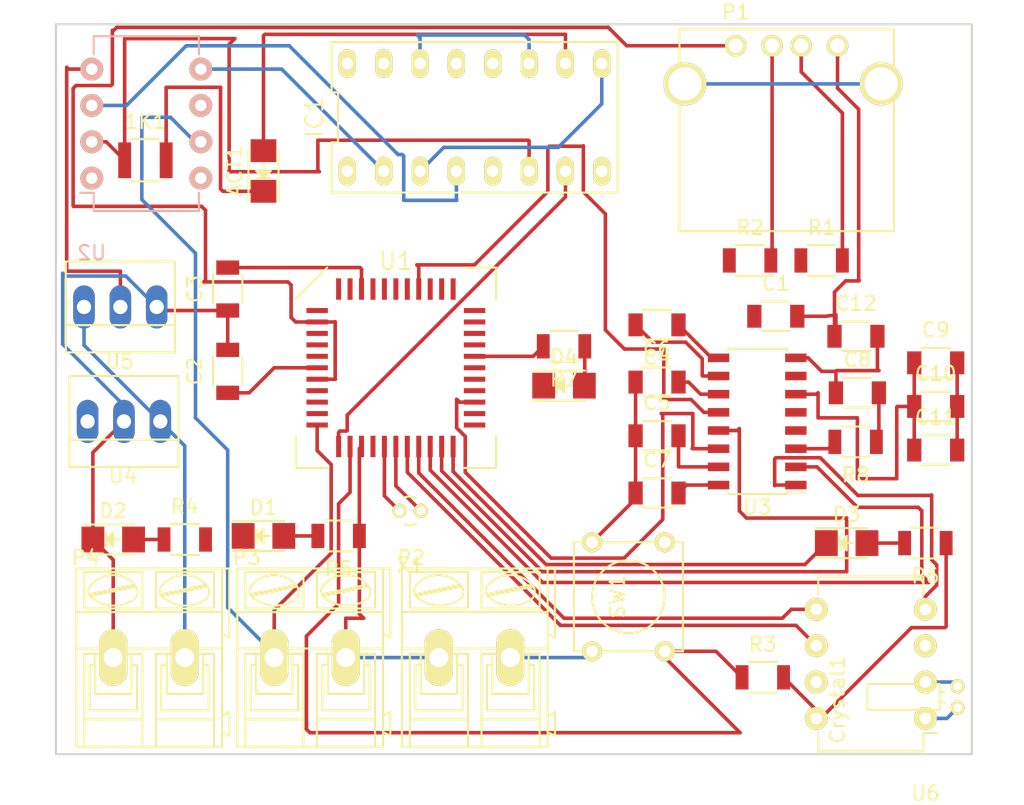
<source format=kicad_pcb>
(kicad_pcb (version 4) (host pcbnew 4.0.0-rc2-stable)

  (general
    (links 97)
    (no_connects 27)
    (area 91.939285 32.025 160.075001 86.972)
    (thickness 1.6)
    (drawings 6)
    (tracks 299)
    (zones 0)
    (modules 40)
    (nets 71)
  )

  (page A4)
  (layers
    (0 F.Cu signal)
    (31 B.Cu signal)
    (32 B.Adhes user)
    (33 F.Adhes user)
    (34 B.Paste user)
    (35 F.Paste user)
    (36 B.SilkS user)
    (37 F.SilkS user)
    (38 B.Mask user)
    (39 F.Mask user)
    (40 Dwgs.User user)
    (41 Cmts.User user)
    (42 Eco1.User user)
    (43 Eco2.User user)
    (44 Edge.Cuts user)
    (45 Margin user)
    (46 B.CrtYd user)
    (47 F.CrtYd user)
    (48 B.Fab user)
    (49 F.Fab user)
  )

  (setup
    (last_trace_width 0.25)
    (trace_clearance 0.2)
    (zone_clearance 0.508)
    (zone_45_only no)
    (trace_min 0.2)
    (segment_width 0.2)
    (edge_width 0.15)
    (via_size 0.6)
    (via_drill 0.4)
    (via_min_size 0.4)
    (via_min_drill 0.3)
    (uvia_size 0.3)
    (uvia_drill 0.1)
    (uvias_allowed no)
    (uvia_min_size 0.2)
    (uvia_min_drill 0.1)
    (pcb_text_width 0.3)
    (pcb_text_size 1.5 1.5)
    (mod_edge_width 0.15)
    (mod_text_size 1 1)
    (mod_text_width 0.15)
    (pad_size 1.524 1.524)
    (pad_drill 0.762)
    (pad_to_mask_clearance 0.2)
    (aux_axis_origin 0 0)
    (visible_elements 7FFFFFFF)
    (pcbplotparams
      (layerselection 0x00030_80000001)
      (usegerberextensions false)
      (excludeedgelayer true)
      (linewidth 0.100000)
      (plotframeref false)
      (viasonmask false)
      (mode 1)
      (useauxorigin false)
      (hpglpennumber 1)
      (hpglpenspeed 20)
      (hpglpendiameter 15)
      (hpglpenoverlay 2)
      (psnegative false)
      (psa4output false)
      (plotreference true)
      (plotvalue true)
      (plotinvisibletext false)
      (padsonsilk false)
      (subtractmaskfromsilk false)
      (outputformat 1)
      (mirror false)
      (drillshape 1)
      (scaleselection 1)
      (outputdirectory ""))
  )

  (net 0 "")
  (net 1 "Net-(1K1-Pad1)")
  (net 2 "Net-(1K1-Pad2)")
  (net 3 "Net-(ACT1-Pad2)")
  (net 4 VCC)
  (net 5 GND)
  (net 6 "Net-(C2-Pad1)")
  (net 7 "Net-(C3-Pad2)")
  (net 8 "Net-(C4-Pad1)")
  (net 9 "Net-(C4-Pad2)")
  (net 10 "Net-(C5-Pad2)")
  (net 11 "Net-(C6-Pad2)")
  (net 12 "Net-(C7-Pad2)")
  (net 13 /CDV)
  (net 14 /ANT)
  (net 15 "Net-(C10-Pad1)")
  (net 16 "Net-(C10-Pad2)")
  (net 17 "Net-(Crystal1-Pad1)")
  (net 18 "Net-(Crystal1-Pad2)")
  (net 19 "Net-(D1-Pad2)")
  (net 20 /RXLED)
  (net 21 "Net-(D2-Pad2)")
  (net 22 "Net-(D3-Pad2)")
  (net 23 /TXLED)
  (net 24 "Net-(D4-Pad2)")
  (net 25 "Net-(IC1-Pad15)")
  (net 26 "Net-(IC1-Pad2)")
  (net 27 /AVR_SCLK)
  (net 28 "Net-(IC1-Pad4)")
  (net 29 "Net-(IC1-Pad12)")
  (net 30 /AVR_MOSI)
  (net 31 /CardSelect)
  (net 32 VSS)
  (net 33 "Net-(P1-Pad3)")
  (net 34 "Net-(P1-Pad2)")
  (net 35 /USB_VBUS)
  (net 36 "Net-(P1-Pad5)")
  (net 37 /AVR_MISO)
  (net 38 /VBATT)
  (net 39 "Net-(R1-Pad1)")
  (net 40 "Net-(R2-Pad1)")
  (net 41 /AVR_RESET)
  (net 42 /RES_LED)
  (net 43 "Net-(R8-Pad2)")
  (net 44 "Net-(U1-Pad1)")
  (net 45 "Net-(U1-Pad16)")
  (net 46 "Net-(U1-Pad17)")
  (net 47 /SCL)
  (net 48 /SDA)
  (net 49 /RFID_CLK)
  (net 50 /RFID_DATA)
  (net 51 /RFID_EN)
  (net 52 "Net-(U1-Pad26)")
  (net 53 "Net-(U1-Pad27)")
  (net 54 "Net-(U1-Pad28)")
  (net 55 "Net-(U1-Pad30)")
  (net 56 /CardDetect)
  (net 57 "Net-(U1-Pad32)")
  (net 58 "Net-(U1-Pad33)")
  (net 59 "Net-(U1-Pad36)")
  (net 60 /RFID_MOD)
  (net 61 "Net-(U1-Pad38)")
  (net 62 "Net-(U1-Pad39)")
  (net 63 "Net-(U1-Pad40)")
  (net 64 "Net-(U1-Pad41)")
  (net 65 "Net-(U2-Pad1)")
  (net 66 /3.3V)
  (net 67 "Net-(U2-Pad8)")
  (net 68 "Net-(U4-Pad3)")
  (net 69 "Net-(U6-Pad3)")
  (net 70 "Net-(U6-Pad7)")

  (net_class Default "This is the default net class."
    (clearance 0.2)
    (trace_width 0.25)
    (via_dia 0.6)
    (via_drill 0.4)
    (uvia_dia 0.3)
    (uvia_drill 0.1)
    (add_net /3.3V)
    (add_net /ANT)
    (add_net /AVR_MISO)
    (add_net /AVR_MOSI)
    (add_net /AVR_RESET)
    (add_net /AVR_SCLK)
    (add_net /CDV)
    (add_net /CardDetect)
    (add_net /CardSelect)
    (add_net /RES_LED)
    (add_net /RFID_CLK)
    (add_net /RFID_DATA)
    (add_net /RFID_EN)
    (add_net /RFID_MOD)
    (add_net /RXLED)
    (add_net /SCL)
    (add_net /SDA)
    (add_net /TXLED)
    (add_net /USB_VBUS)
    (add_net /VBATT)
    (add_net GND)
    (add_net "Net-(1K1-Pad1)")
    (add_net "Net-(1K1-Pad2)")
    (add_net "Net-(ACT1-Pad2)")
    (add_net "Net-(C10-Pad1)")
    (add_net "Net-(C10-Pad2)")
    (add_net "Net-(C2-Pad1)")
    (add_net "Net-(C3-Pad2)")
    (add_net "Net-(C4-Pad1)")
    (add_net "Net-(C4-Pad2)")
    (add_net "Net-(C5-Pad2)")
    (add_net "Net-(C6-Pad2)")
    (add_net "Net-(C7-Pad2)")
    (add_net "Net-(Crystal1-Pad1)")
    (add_net "Net-(Crystal1-Pad2)")
    (add_net "Net-(D1-Pad2)")
    (add_net "Net-(D2-Pad2)")
    (add_net "Net-(D3-Pad2)")
    (add_net "Net-(D4-Pad2)")
    (add_net "Net-(IC1-Pad12)")
    (add_net "Net-(IC1-Pad15)")
    (add_net "Net-(IC1-Pad2)")
    (add_net "Net-(IC1-Pad4)")
    (add_net "Net-(P1-Pad2)")
    (add_net "Net-(P1-Pad3)")
    (add_net "Net-(P1-Pad5)")
    (add_net "Net-(R1-Pad1)")
    (add_net "Net-(R2-Pad1)")
    (add_net "Net-(R8-Pad2)")
    (add_net "Net-(U1-Pad1)")
    (add_net "Net-(U1-Pad16)")
    (add_net "Net-(U1-Pad17)")
    (add_net "Net-(U1-Pad26)")
    (add_net "Net-(U1-Pad27)")
    (add_net "Net-(U1-Pad28)")
    (add_net "Net-(U1-Pad30)")
    (add_net "Net-(U1-Pad32)")
    (add_net "Net-(U1-Pad33)")
    (add_net "Net-(U1-Pad36)")
    (add_net "Net-(U1-Pad38)")
    (add_net "Net-(U1-Pad39)")
    (add_net "Net-(U1-Pad40)")
    (add_net "Net-(U1-Pad41)")
    (add_net "Net-(U2-Pad1)")
    (add_net "Net-(U2-Pad8)")
    (add_net "Net-(U4-Pad3)")
    (add_net "Net-(U6-Pad3)")
    (add_net "Net-(U6-Pad7)")
    (add_net VCC)
    (add_net VSS)
  )

  (module Resistors_SMD:R_1210 (layer F.Cu) (tedit 5415D182) (tstamp 566B6208)
    (at 102.25 43.5)
    (descr "Resistor SMD 1210, reflow soldering, Vishay (see dcrcw.pdf)")
    (tags "resistor 1210")
    (path /56506416)
    (attr smd)
    (fp_text reference 1K1 (at 0 -2.7) (layer F.SilkS)
      (effects (font (size 1 1) (thickness 0.15)))
    )
    (fp_text value R (at 0 2.7) (layer F.Fab)
      (effects (font (size 1 1) (thickness 0.15)))
    )
    (fp_line (start -2.2 -1.6) (end 2.2 -1.6) (layer F.CrtYd) (width 0.05))
    (fp_line (start -2.2 1.6) (end 2.2 1.6) (layer F.CrtYd) (width 0.05))
    (fp_line (start -2.2 -1.6) (end -2.2 1.6) (layer F.CrtYd) (width 0.05))
    (fp_line (start 2.2 -1.6) (end 2.2 1.6) (layer F.CrtYd) (width 0.05))
    (fp_line (start 1 1.475) (end -1 1.475) (layer F.SilkS) (width 0.15))
    (fp_line (start -1 -1.475) (end 1 -1.475) (layer F.SilkS) (width 0.15))
    (pad 1 smd rect (at -1.45 0) (size 0.9 2.5) (layers F.Cu F.Paste F.Mask)
      (net 1 "Net-(1K1-Pad1)"))
    (pad 2 smd rect (at 1.45 0) (size 0.9 2.5) (layers F.Cu F.Paste F.Mask)
      (net 2 "Net-(1K1-Pad2)"))
    (model Resistors_SMD.3dshapes/R_1210.wrl
      (at (xyz 0 0 0))
      (scale (xyz 1 1 1))
      (rotate (xyz 0 0 0))
    )
  )

  (module LEDs:LED-1206 (layer F.Cu) (tedit 55BDE2E8) (tstamp 566B621E)
    (at 110.5 44.25 90)
    (descr "LED 1206 smd package")
    (tags "LED1206 SMD")
    (path /56506507)
    (attr smd)
    (fp_text reference ACT1 (at 0 -2 90) (layer F.SilkS)
      (effects (font (size 1 1) (thickness 0.15)))
    )
    (fp_text value LED (at 0 2 90) (layer F.Fab)
      (effects (font (size 1 1) (thickness 0.15)))
    )
    (fp_line (start -2.15 1.05) (end 1.45 1.05) (layer F.SilkS) (width 0.15))
    (fp_line (start -2.15 -1.05) (end 1.45 -1.05) (layer F.SilkS) (width 0.15))
    (fp_line (start -0.1 -0.3) (end -0.1 0.3) (layer F.SilkS) (width 0.15))
    (fp_line (start -0.1 0.3) (end -0.4 0) (layer F.SilkS) (width 0.15))
    (fp_line (start -0.4 0) (end -0.2 -0.2) (layer F.SilkS) (width 0.15))
    (fp_line (start -0.2 -0.2) (end -0.2 0.05) (layer F.SilkS) (width 0.15))
    (fp_line (start -0.2 0.05) (end -0.25 0) (layer F.SilkS) (width 0.15))
    (fp_line (start -0.5 -0.5) (end -0.5 0.5) (layer F.SilkS) (width 0.15))
    (fp_line (start 0 0) (end 0.5 0) (layer F.SilkS) (width 0.15))
    (fp_line (start -0.5 0) (end 0 -0.5) (layer F.SilkS) (width 0.15))
    (fp_line (start 0 -0.5) (end 0 0.5) (layer F.SilkS) (width 0.15))
    (fp_line (start 0 0.5) (end -0.5 0) (layer F.SilkS) (width 0.15))
    (fp_line (start 2.5 -1.25) (end -2.5 -1.25) (layer F.CrtYd) (width 0.05))
    (fp_line (start -2.5 -1.25) (end -2.5 1.25) (layer F.CrtYd) (width 0.05))
    (fp_line (start -2.5 1.25) (end 2.5 1.25) (layer F.CrtYd) (width 0.05))
    (fp_line (start 2.5 1.25) (end 2.5 -1.25) (layer F.CrtYd) (width 0.05))
    (pad 2 smd rect (at 1.41986 0 270) (size 1.59766 1.80086) (layers F.Cu F.Paste F.Mask)
      (net 3 "Net-(ACT1-Pad2)"))
    (pad 1 smd rect (at -1.41986 0 270) (size 1.59766 1.80086) (layers F.Cu F.Paste F.Mask)
      (net 2 "Net-(1K1-Pad2)"))
  )

  (module Capacitors_SMD:C_1206 (layer F.Cu) (tedit 5415D7BD) (tstamp 566B622A)
    (at 146.3 54.4)
    (descr "Capacitor SMD 1206, reflow soldering, AVX (see smccp.pdf)")
    (tags "capacitor 1206")
    (path /56280307)
    (attr smd)
    (fp_text reference C1 (at 0 -2.3) (layer F.SilkS)
      (effects (font (size 1 1) (thickness 0.15)))
    )
    (fp_text value 1uF (at 0 2.3) (layer F.Fab)
      (effects (font (size 1 1) (thickness 0.15)))
    )
    (fp_line (start -2.3 -1.15) (end 2.3 -1.15) (layer F.CrtYd) (width 0.05))
    (fp_line (start -2.3 1.15) (end 2.3 1.15) (layer F.CrtYd) (width 0.05))
    (fp_line (start -2.3 -1.15) (end -2.3 1.15) (layer F.CrtYd) (width 0.05))
    (fp_line (start 2.3 -1.15) (end 2.3 1.15) (layer F.CrtYd) (width 0.05))
    (fp_line (start 1 -1.025) (end -1 -1.025) (layer F.SilkS) (width 0.15))
    (fp_line (start -1 1.025) (end 1 1.025) (layer F.SilkS) (width 0.15))
    (pad 1 smd rect (at -1.5 0) (size 1 1.6) (layers F.Cu F.Paste F.Mask)
      (net 4 VCC))
    (pad 2 smd rect (at 1.5 0) (size 1 1.6) (layers F.Cu F.Paste F.Mask)
      (net 5 GND))
    (model Capacitors_SMD.3dshapes/C_1206.wrl
      (at (xyz 0 0 0))
      (scale (xyz 1 1 1))
      (rotate (xyz 0 0 0))
    )
  )

  (module Capacitors_SMD:C_1206 (layer F.Cu) (tedit 5415D7BD) (tstamp 566B6236)
    (at 108 58.25 90)
    (descr "Capacitor SMD 1206, reflow soldering, AVX (see smccp.pdf)")
    (tags "capacitor 1206")
    (path /56284B4E)
    (attr smd)
    (fp_text reference C2 (at 0 -2.3 90) (layer F.SilkS)
      (effects (font (size 1 1) (thickness 0.15)))
    )
    (fp_text value 1uF (at 0 2.3 90) (layer F.Fab)
      (effects (font (size 1 1) (thickness 0.15)))
    )
    (fp_line (start -2.3 -1.15) (end 2.3 -1.15) (layer F.CrtYd) (width 0.05))
    (fp_line (start -2.3 1.15) (end 2.3 1.15) (layer F.CrtYd) (width 0.05))
    (fp_line (start -2.3 -1.15) (end -2.3 1.15) (layer F.CrtYd) (width 0.05))
    (fp_line (start 2.3 -1.15) (end 2.3 1.15) (layer F.CrtYd) (width 0.05))
    (fp_line (start 1 -1.025) (end -1 -1.025) (layer F.SilkS) (width 0.15))
    (fp_line (start -1 1.025) (end 1 1.025) (layer F.SilkS) (width 0.15))
    (pad 1 smd rect (at -1.5 0 90) (size 1 1.6) (layers F.Cu F.Paste F.Mask)
      (net 6 "Net-(C2-Pad1)"))
    (pad 2 smd rect (at 1.5 0 90) (size 1 1.6) (layers F.Cu F.Paste F.Mask)
      (net 5 GND))
    (model Capacitors_SMD.3dshapes/C_1206.wrl
      (at (xyz 0 0 0))
      (scale (xyz 1 1 1))
      (rotate (xyz 0 0 0))
    )
  )

  (module Capacitors_SMD:C_1206 (layer F.Cu) (tedit 5415D7BD) (tstamp 566B6242)
    (at 108 52.5 90)
    (descr "Capacitor SMD 1206, reflow soldering, AVX (see smccp.pdf)")
    (tags "capacitor 1206")
    (path /56283188)
    (attr smd)
    (fp_text reference C3 (at 0 -2.3 90) (layer F.SilkS)
      (effects (font (size 1 1) (thickness 0.15)))
    )
    (fp_text value 1uF (at 0 2.3 90) (layer F.Fab)
      (effects (font (size 1 1) (thickness 0.15)))
    )
    (fp_line (start -2.3 -1.15) (end 2.3 -1.15) (layer F.CrtYd) (width 0.05))
    (fp_line (start -2.3 1.15) (end 2.3 1.15) (layer F.CrtYd) (width 0.05))
    (fp_line (start -2.3 -1.15) (end -2.3 1.15) (layer F.CrtYd) (width 0.05))
    (fp_line (start 2.3 -1.15) (end 2.3 1.15) (layer F.CrtYd) (width 0.05))
    (fp_line (start 1 -1.025) (end -1 -1.025) (layer F.SilkS) (width 0.15))
    (fp_line (start -1 1.025) (end 1 1.025) (layer F.SilkS) (width 0.15))
    (pad 1 smd rect (at -1.5 0 90) (size 1 1.6) (layers F.Cu F.Paste F.Mask)
      (net 5 GND))
    (pad 2 smd rect (at 1.5 0 90) (size 1 1.6) (layers F.Cu F.Paste F.Mask)
      (net 7 "Net-(C3-Pad2)"))
    (model Capacitors_SMD.3dshapes/C_1206.wrl
      (at (xyz 0 0 0))
      (scale (xyz 1 1 1))
      (rotate (xyz 0 0 0))
    )
  )

  (module Capacitors_SMD:C_1206 (layer F.Cu) (tedit 5415D7BD) (tstamp 566B624E)
    (at 138 55 180)
    (descr "Capacitor SMD 1206, reflow soldering, AVX (see smccp.pdf)")
    (tags "capacitor 1206")
    (path /564FBCAD)
    (attr smd)
    (fp_text reference C4 (at 0 -2.3 180) (layer F.SilkS)
      (effects (font (size 1 1) (thickness 0.15)))
    )
    (fp_text value 100nF (at 0 2.3 180) (layer F.Fab)
      (effects (font (size 1 1) (thickness 0.15)))
    )
    (fp_line (start -2.3 -1.15) (end 2.3 -1.15) (layer F.CrtYd) (width 0.05))
    (fp_line (start -2.3 1.15) (end 2.3 1.15) (layer F.CrtYd) (width 0.05))
    (fp_line (start -2.3 -1.15) (end -2.3 1.15) (layer F.CrtYd) (width 0.05))
    (fp_line (start 2.3 -1.15) (end 2.3 1.15) (layer F.CrtYd) (width 0.05))
    (fp_line (start 1 -1.025) (end -1 -1.025) (layer F.SilkS) (width 0.15))
    (fp_line (start -1 1.025) (end 1 1.025) (layer F.SilkS) (width 0.15))
    (pad 1 smd rect (at -1.5 0 180) (size 1 1.6) (layers F.Cu F.Paste F.Mask)
      (net 8 "Net-(C4-Pad1)"))
    (pad 2 smd rect (at 1.5 0 180) (size 1 1.6) (layers F.Cu F.Paste F.Mask)
      (net 9 "Net-(C4-Pad2)"))
    (model Capacitors_SMD.3dshapes/C_1206.wrl
      (at (xyz 0 0 0))
      (scale (xyz 1 1 1))
      (rotate (xyz 0 0 0))
    )
  )

  (module Capacitors_SMD:C_1206 (layer F.Cu) (tedit 5415D7BD) (tstamp 566B625A)
    (at 138 62.75)
    (descr "Capacitor SMD 1206, reflow soldering, AVX (see smccp.pdf)")
    (tags "capacitor 1206")
    (path /564F9879)
    (attr smd)
    (fp_text reference C5 (at 0 -2.3) (layer F.SilkS)
      (effects (font (size 1 1) (thickness 0.15)))
    )
    (fp_text value 10nF (at 0 2.3) (layer F.Fab)
      (effects (font (size 1 1) (thickness 0.15)))
    )
    (fp_line (start -2.3 -1.15) (end 2.3 -1.15) (layer F.CrtYd) (width 0.05))
    (fp_line (start -2.3 1.15) (end 2.3 1.15) (layer F.CrtYd) (width 0.05))
    (fp_line (start -2.3 -1.15) (end -2.3 1.15) (layer F.CrtYd) (width 0.05))
    (fp_line (start 2.3 -1.15) (end 2.3 1.15) (layer F.CrtYd) (width 0.05))
    (fp_line (start 1 -1.025) (end -1 -1.025) (layer F.SilkS) (width 0.15))
    (fp_line (start -1 1.025) (end 1 1.025) (layer F.SilkS) (width 0.15))
    (pad 1 smd rect (at -1.5 0) (size 1 1.6) (layers F.Cu F.Paste F.Mask)
      (net 5 GND))
    (pad 2 smd rect (at 1.5 0) (size 1 1.6) (layers F.Cu F.Paste F.Mask)
      (net 10 "Net-(C5-Pad2)"))
    (model Capacitors_SMD.3dshapes/C_1206.wrl
      (at (xyz 0 0 0))
      (scale (xyz 1 1 1))
      (rotate (xyz 0 0 0))
    )
  )

  (module Capacitors_SMD:C_1206 (layer F.Cu) (tedit 5415D7BD) (tstamp 566B6266)
    (at 138 59)
    (descr "Capacitor SMD 1206, reflow soldering, AVX (see smccp.pdf)")
    (tags "capacitor 1206")
    (path /56501AF3)
    (attr smd)
    (fp_text reference C6 (at 0 -2.3) (layer F.SilkS)
      (effects (font (size 1 1) (thickness 0.15)))
    )
    (fp_text value 10nF (at 0 2.3) (layer F.Fab)
      (effects (font (size 1 1) (thickness 0.15)))
    )
    (fp_line (start -2.3 -1.15) (end 2.3 -1.15) (layer F.CrtYd) (width 0.05))
    (fp_line (start -2.3 1.15) (end 2.3 1.15) (layer F.CrtYd) (width 0.05))
    (fp_line (start -2.3 -1.15) (end -2.3 1.15) (layer F.CrtYd) (width 0.05))
    (fp_line (start 2.3 -1.15) (end 2.3 1.15) (layer F.CrtYd) (width 0.05))
    (fp_line (start 1 -1.025) (end -1 -1.025) (layer F.SilkS) (width 0.15))
    (fp_line (start -1 1.025) (end 1 1.025) (layer F.SilkS) (width 0.15))
    (pad 1 smd rect (at -1.5 0) (size 1 1.6) (layers F.Cu F.Paste F.Mask)
      (net 5 GND))
    (pad 2 smd rect (at 1.5 0) (size 1 1.6) (layers F.Cu F.Paste F.Mask)
      (net 11 "Net-(C6-Pad2)"))
    (model Capacitors_SMD.3dshapes/C_1206.wrl
      (at (xyz 0 0 0))
      (scale (xyz 1 1 1))
      (rotate (xyz 0 0 0))
    )
  )

  (module Capacitors_SMD:C_1206 (layer F.Cu) (tedit 5415D7BD) (tstamp 566B6272)
    (at 138 66.75)
    (descr "Capacitor SMD 1206, reflow soldering, AVX (see smccp.pdf)")
    (tags "capacitor 1206")
    (path /56500F75)
    (attr smd)
    (fp_text reference C7 (at 0 -2.3) (layer F.SilkS)
      (effects (font (size 1 1) (thickness 0.15)))
    )
    (fp_text value 10nF (at 0 2.3) (layer F.Fab)
      (effects (font (size 1 1) (thickness 0.15)))
    )
    (fp_line (start -2.3 -1.15) (end 2.3 -1.15) (layer F.CrtYd) (width 0.05))
    (fp_line (start -2.3 1.15) (end 2.3 1.15) (layer F.CrtYd) (width 0.05))
    (fp_line (start -2.3 -1.15) (end -2.3 1.15) (layer F.CrtYd) (width 0.05))
    (fp_line (start 2.3 -1.15) (end 2.3 1.15) (layer F.CrtYd) (width 0.05))
    (fp_line (start 1 -1.025) (end -1 -1.025) (layer F.SilkS) (width 0.15))
    (fp_line (start -1 1.025) (end 1 1.025) (layer F.SilkS) (width 0.15))
    (pad 1 smd rect (at -1.5 0) (size 1 1.6) (layers F.Cu F.Paste F.Mask)
      (net 5 GND))
    (pad 2 smd rect (at 1.5 0) (size 1 1.6) (layers F.Cu F.Paste F.Mask)
      (net 12 "Net-(C7-Pad2)"))
    (model Capacitors_SMD.3dshapes/C_1206.wrl
      (at (xyz 0 0 0))
      (scale (xyz 1 1 1))
      (rotate (xyz 0 0 0))
    )
  )

  (module Capacitors_SMD:C_1206 (layer F.Cu) (tedit 5415D7BD) (tstamp 566B627E)
    (at 152 59.75)
    (descr "Capacitor SMD 1206, reflow soldering, AVX (see smccp.pdf)")
    (tags "capacitor 1206")
    (path /56504115)
    (attr smd)
    (fp_text reference C8 (at 0 -2.3) (layer F.SilkS)
      (effects (font (size 1 1) (thickness 0.15)))
    )
    (fp_text value 1nF (at 0 2.3) (layer F.Fab)
      (effects (font (size 1 1) (thickness 0.15)))
    )
    (fp_line (start -2.3 -1.15) (end 2.3 -1.15) (layer F.CrtYd) (width 0.05))
    (fp_line (start -2.3 1.15) (end 2.3 1.15) (layer F.CrtYd) (width 0.05))
    (fp_line (start -2.3 -1.15) (end -2.3 1.15) (layer F.CrtYd) (width 0.05))
    (fp_line (start 2.3 -1.15) (end 2.3 1.15) (layer F.CrtYd) (width 0.05))
    (fp_line (start 1 -1.025) (end -1 -1.025) (layer F.SilkS) (width 0.15))
    (fp_line (start -1 1.025) (end 1 1.025) (layer F.SilkS) (width 0.15))
    (pad 1 smd rect (at -1.5 0) (size 1 1.6) (layers F.Cu F.Paste F.Mask)
      (net 13 /CDV))
    (pad 2 smd rect (at 1.5 0) (size 1 1.6) (layers F.Cu F.Paste F.Mask)
      (net 14 /ANT))
    (model Capacitors_SMD.3dshapes/C_1206.wrl
      (at (xyz 0 0 0))
      (scale (xyz 1 1 1))
      (rotate (xyz 0 0 0))
    )
  )

  (module Capacitors_SMD:C_1206 (layer F.Cu) (tedit 5415D7BD) (tstamp 566B628A)
    (at 157.472 57.654)
    (descr "Capacitor SMD 1206, reflow soldering, AVX (see smccp.pdf)")
    (tags "capacitor 1206")
    (path /5650380B)
    (attr smd)
    (fp_text reference C9 (at 0 -2.3) (layer F.SilkS)
      (effects (font (size 1 1) (thickness 0.15)))
    )
    (fp_text value 100nF (at 0 2.3) (layer F.Fab)
      (effects (font (size 1 1) (thickness 0.15)))
    )
    (fp_line (start -2.3 -1.15) (end 2.3 -1.15) (layer F.CrtYd) (width 0.05))
    (fp_line (start -2.3 1.15) (end 2.3 1.15) (layer F.CrtYd) (width 0.05))
    (fp_line (start -2.3 -1.15) (end -2.3 1.15) (layer F.CrtYd) (width 0.05))
    (fp_line (start 2.3 -1.15) (end 2.3 1.15) (layer F.CrtYd) (width 0.05))
    (fp_line (start 1 -1.025) (end -1 -1.025) (layer F.SilkS) (width 0.15))
    (fp_line (start -1 1.025) (end 1 1.025) (layer F.SilkS) (width 0.15))
    (pad 1 smd rect (at -1.5 0) (size 1 1.6) (layers F.Cu F.Paste F.Mask)
      (net 15 "Net-(C10-Pad1)"))
    (pad 2 smd rect (at 1.5 0) (size 1 1.6) (layers F.Cu F.Paste F.Mask)
      (net 16 "Net-(C10-Pad2)"))
    (model Capacitors_SMD.3dshapes/C_1206.wrl
      (at (xyz 0 0 0))
      (scale (xyz 1 1 1))
      (rotate (xyz 0 0 0))
    )
  )

  (module Capacitors_SMD:C_1206 (layer F.Cu) (tedit 5415D7BD) (tstamp 566B6296)
    (at 157.472 60.702)
    (descr "Capacitor SMD 1206, reflow soldering, AVX (see smccp.pdf)")
    (tags "capacitor 1206")
    (path /565037B6)
    (attr smd)
    (fp_text reference C10 (at 0 -2.3) (layer F.SilkS)
      (effects (font (size 1 1) (thickness 0.15)))
    )
    (fp_text value 100nF (at 0 2.3) (layer F.Fab)
      (effects (font (size 1 1) (thickness 0.15)))
    )
    (fp_line (start -2.3 -1.15) (end 2.3 -1.15) (layer F.CrtYd) (width 0.05))
    (fp_line (start -2.3 1.15) (end 2.3 1.15) (layer F.CrtYd) (width 0.05))
    (fp_line (start -2.3 -1.15) (end -2.3 1.15) (layer F.CrtYd) (width 0.05))
    (fp_line (start 2.3 -1.15) (end 2.3 1.15) (layer F.CrtYd) (width 0.05))
    (fp_line (start 1 -1.025) (end -1 -1.025) (layer F.SilkS) (width 0.15))
    (fp_line (start -1 1.025) (end 1 1.025) (layer F.SilkS) (width 0.15))
    (pad 1 smd rect (at -1.5 0) (size 1 1.6) (layers F.Cu F.Paste F.Mask)
      (net 15 "Net-(C10-Pad1)"))
    (pad 2 smd rect (at 1.5 0) (size 1 1.6) (layers F.Cu F.Paste F.Mask)
      (net 16 "Net-(C10-Pad2)"))
    (model Capacitors_SMD.3dshapes/C_1206.wrl
      (at (xyz 0 0 0))
      (scale (xyz 1 1 1))
      (rotate (xyz 0 0 0))
    )
  )

  (module Capacitors_SMD:C_1206 (layer F.Cu) (tedit 5415D7BD) (tstamp 566B62A2)
    (at 157.472 63.75)
    (descr "Capacitor SMD 1206, reflow soldering, AVX (see smccp.pdf)")
    (tags "capacitor 1206")
    (path /5650359A)
    (attr smd)
    (fp_text reference C11 (at 0 -2.3) (layer F.SilkS)
      (effects (font (size 1 1) (thickness 0.15)))
    )
    (fp_text value 100nF (at 0 2.3) (layer F.Fab)
      (effects (font (size 1 1) (thickness 0.15)))
    )
    (fp_line (start -2.3 -1.15) (end 2.3 -1.15) (layer F.CrtYd) (width 0.05))
    (fp_line (start -2.3 1.15) (end 2.3 1.15) (layer F.CrtYd) (width 0.05))
    (fp_line (start -2.3 -1.15) (end -2.3 1.15) (layer F.CrtYd) (width 0.05))
    (fp_line (start 2.3 -1.15) (end 2.3 1.15) (layer F.CrtYd) (width 0.05))
    (fp_line (start 1 -1.025) (end -1 -1.025) (layer F.SilkS) (width 0.15))
    (fp_line (start -1 1.025) (end 1 1.025) (layer F.SilkS) (width 0.15))
    (pad 1 smd rect (at -1.5 0) (size 1 1.6) (layers F.Cu F.Paste F.Mask)
      (net 15 "Net-(C10-Pad1)"))
    (pad 2 smd rect (at 1.5 0) (size 1 1.6) (layers F.Cu F.Paste F.Mask)
      (net 16 "Net-(C10-Pad2)"))
    (model Capacitors_SMD.3dshapes/C_1206.wrl
      (at (xyz 0 0 0))
      (scale (xyz 1 1 1))
      (rotate (xyz 0 0 0))
    )
  )

  (module Capacitors_SMD:C_1206 (layer F.Cu) (tedit 5415D7BD) (tstamp 566B62AE)
    (at 151.9 55.8)
    (descr "Capacitor SMD 1206, reflow soldering, AVX (see smccp.pdf)")
    (tags "capacitor 1206")
    (path /56504174)
    (attr smd)
    (fp_text reference C12 (at 0 -2.3) (layer F.SilkS)
      (effects (font (size 1 1) (thickness 0.15)))
    )
    (fp_text value 1nF (at 0 2.3) (layer F.Fab)
      (effects (font (size 1 1) (thickness 0.15)))
    )
    (fp_line (start -2.3 -1.15) (end 2.3 -1.15) (layer F.CrtYd) (width 0.05))
    (fp_line (start -2.3 1.15) (end 2.3 1.15) (layer F.CrtYd) (width 0.05))
    (fp_line (start -2.3 -1.15) (end -2.3 1.15) (layer F.CrtYd) (width 0.05))
    (fp_line (start 2.3 -1.15) (end 2.3 1.15) (layer F.CrtYd) (width 0.05))
    (fp_line (start 1 -1.025) (end -1 -1.025) (layer F.SilkS) (width 0.15))
    (fp_line (start -1 1.025) (end 1 1.025) (layer F.SilkS) (width 0.15))
    (pad 1 smd rect (at -1.5 0) (size 1 1.6) (layers F.Cu F.Paste F.Mask)
      (net 5 GND))
    (pad 2 smd rect (at 1.5 0) (size 1 1.6) (layers F.Cu F.Paste F.Mask)
      (net 13 /CDV))
    (model Capacitors_SMD.3dshapes/C_1206.wrl
      (at (xyz 0 0 0))
      (scale (xyz 1 1 1))
      (rotate (xyz 0 0 0))
    )
  )

  (module Crystals:Crystal_Round_Horizontal_2mm (layer F.Cu) (tedit 0) (tstamp 566B62BA)
    (at 159 81 90)
    (descr "Crystal, Quarz, Rundgehaeuse, round, horizontal, liegend, Uhrenquarz, Diam. 2mm,")
    (tags "Crystal, Quarz, Rundgehaeuse, round, horizontal, liegend, Uhrenquarz, Diam. 2mm,")
    (path /563DDB95)
    (fp_text reference Crystal1 (at -0.20066 -8.39978 90) (layer F.SilkS)
      (effects (font (size 1 1) (thickness 0.15)))
    )
    (fp_text value 32.768kHz (at 0 3.81 90) (layer F.Fab)
      (effects (font (size 1 1) (thickness 0.15)))
    )
    (fp_line (start -0.29972 -1.24968) (end -0.39878 -0.94996) (layer F.SilkS) (width 0.15))
    (fp_line (start 0.29972 -1.24968) (end 0.39878 -0.94996) (layer F.SilkS) (width 0.15))
    (fp_line (start 0.89916 -1.24968) (end 0.89916 -6.2992) (layer F.SilkS) (width 0.15))
    (fp_line (start 0.89916 -6.2992) (end -0.89916 -6.2992) (layer F.SilkS) (width 0.15))
    (fp_line (start -0.89916 -6.2992) (end -0.89916 -1.24968) (layer F.SilkS) (width 0.15))
    (fp_line (start 0.89916 -1.24968) (end -0.89916 -1.24968) (layer F.SilkS) (width 0.15))
    (pad 1 thru_hole circle (at -0.7493 0 90) (size 1.00076 1.00076) (drill 0.59944) (layers *.Cu *.Mask F.SilkS)
      (net 17 "Net-(Crystal1-Pad1)"))
    (pad 2 thru_hole circle (at 0.7493 0 90) (size 1.00076 1.00076) (drill 0.59944) (layers *.Cu *.Mask F.SilkS)
      (net 18 "Net-(Crystal1-Pad2)"))
  )

  (module LEDs:LED-1206 (layer F.Cu) (tedit 55BDE2E8) (tstamp 566B62D0)
    (at 110.5 69.75)
    (descr "LED 1206 smd package")
    (tags "LED1206 SMD")
    (path /5652896B)
    (attr smd)
    (fp_text reference D1 (at 0 -2) (layer F.SilkS)
      (effects (font (size 1 1) (thickness 0.15)))
    )
    (fp_text value LED (at 0 2) (layer F.Fab)
      (effects (font (size 1 1) (thickness 0.15)))
    )
    (fp_line (start -2.15 1.05) (end 1.45 1.05) (layer F.SilkS) (width 0.15))
    (fp_line (start -2.15 -1.05) (end 1.45 -1.05) (layer F.SilkS) (width 0.15))
    (fp_line (start -0.1 -0.3) (end -0.1 0.3) (layer F.SilkS) (width 0.15))
    (fp_line (start -0.1 0.3) (end -0.4 0) (layer F.SilkS) (width 0.15))
    (fp_line (start -0.4 0) (end -0.2 -0.2) (layer F.SilkS) (width 0.15))
    (fp_line (start -0.2 -0.2) (end -0.2 0.05) (layer F.SilkS) (width 0.15))
    (fp_line (start -0.2 0.05) (end -0.25 0) (layer F.SilkS) (width 0.15))
    (fp_line (start -0.5 -0.5) (end -0.5 0.5) (layer F.SilkS) (width 0.15))
    (fp_line (start 0 0) (end 0.5 0) (layer F.SilkS) (width 0.15))
    (fp_line (start -0.5 0) (end 0 -0.5) (layer F.SilkS) (width 0.15))
    (fp_line (start 0 -0.5) (end 0 0.5) (layer F.SilkS) (width 0.15))
    (fp_line (start 0 0.5) (end -0.5 0) (layer F.SilkS) (width 0.15))
    (fp_line (start 2.5 -1.25) (end -2.5 -1.25) (layer F.CrtYd) (width 0.05))
    (fp_line (start -2.5 -1.25) (end -2.5 1.25) (layer F.CrtYd) (width 0.05))
    (fp_line (start -2.5 1.25) (end 2.5 1.25) (layer F.CrtYd) (width 0.05))
    (fp_line (start 2.5 1.25) (end 2.5 -1.25) (layer F.CrtYd) (width 0.05))
    (pad 2 smd rect (at 1.41986 0 180) (size 1.59766 1.80086) (layers F.Cu F.Paste F.Mask)
      (net 19 "Net-(D1-Pad2)"))
    (pad 1 smd rect (at -1.41986 0 180) (size 1.59766 1.80086) (layers F.Cu F.Paste F.Mask)
      (net 20 /RXLED))
  )

  (module LEDs:LED-1206 (layer F.Cu) (tedit 55BDE2E8) (tstamp 566B62E6)
    (at 100 70)
    (descr "LED 1206 smd package")
    (tags "LED1206 SMD")
    (path /5651428C)
    (attr smd)
    (fp_text reference D2 (at 0 -2) (layer F.SilkS)
      (effects (font (size 1 1) (thickness 0.15)))
    )
    (fp_text value LED (at 0 2) (layer F.Fab)
      (effects (font (size 1 1) (thickness 0.15)))
    )
    (fp_line (start -2.15 1.05) (end 1.45 1.05) (layer F.SilkS) (width 0.15))
    (fp_line (start -2.15 -1.05) (end 1.45 -1.05) (layer F.SilkS) (width 0.15))
    (fp_line (start -0.1 -0.3) (end -0.1 0.3) (layer F.SilkS) (width 0.15))
    (fp_line (start -0.1 0.3) (end -0.4 0) (layer F.SilkS) (width 0.15))
    (fp_line (start -0.4 0) (end -0.2 -0.2) (layer F.SilkS) (width 0.15))
    (fp_line (start -0.2 -0.2) (end -0.2 0.05) (layer F.SilkS) (width 0.15))
    (fp_line (start -0.2 0.05) (end -0.25 0) (layer F.SilkS) (width 0.15))
    (fp_line (start -0.5 -0.5) (end -0.5 0.5) (layer F.SilkS) (width 0.15))
    (fp_line (start 0 0) (end 0.5 0) (layer F.SilkS) (width 0.15))
    (fp_line (start -0.5 0) (end 0 -0.5) (layer F.SilkS) (width 0.15))
    (fp_line (start 0 -0.5) (end 0 0.5) (layer F.SilkS) (width 0.15))
    (fp_line (start 0 0.5) (end -0.5 0) (layer F.SilkS) (width 0.15))
    (fp_line (start 2.5 -1.25) (end -2.5 -1.25) (layer F.CrtYd) (width 0.05))
    (fp_line (start -2.5 -1.25) (end -2.5 1.25) (layer F.CrtYd) (width 0.05))
    (fp_line (start -2.5 1.25) (end 2.5 1.25) (layer F.CrtYd) (width 0.05))
    (fp_line (start 2.5 1.25) (end 2.5 -1.25) (layer F.CrtYd) (width 0.05))
    (pad 2 smd rect (at 1.41986 0 180) (size 1.59766 1.80086) (layers F.Cu F.Paste F.Mask)
      (net 21 "Net-(D2-Pad2)"))
    (pad 1 smd rect (at -1.41986 0 180) (size 1.59766 1.80086) (layers F.Cu F.Paste F.Mask)
      (net 5 GND))
  )

  (module LEDs:LED-1206 (layer F.Cu) (tedit 55BDE2E8) (tstamp 566B62FC)
    (at 151.25 70.25)
    (descr "LED 1206 smd package")
    (tags "LED1206 SMD")
    (path /56528A02)
    (attr smd)
    (fp_text reference D3 (at 0 -2) (layer F.SilkS)
      (effects (font (size 1 1) (thickness 0.15)))
    )
    (fp_text value LED (at 0 2) (layer F.Fab)
      (effects (font (size 1 1) (thickness 0.15)))
    )
    (fp_line (start -2.15 1.05) (end 1.45 1.05) (layer F.SilkS) (width 0.15))
    (fp_line (start -2.15 -1.05) (end 1.45 -1.05) (layer F.SilkS) (width 0.15))
    (fp_line (start -0.1 -0.3) (end -0.1 0.3) (layer F.SilkS) (width 0.15))
    (fp_line (start -0.1 0.3) (end -0.4 0) (layer F.SilkS) (width 0.15))
    (fp_line (start -0.4 0) (end -0.2 -0.2) (layer F.SilkS) (width 0.15))
    (fp_line (start -0.2 -0.2) (end -0.2 0.05) (layer F.SilkS) (width 0.15))
    (fp_line (start -0.2 0.05) (end -0.25 0) (layer F.SilkS) (width 0.15))
    (fp_line (start -0.5 -0.5) (end -0.5 0.5) (layer F.SilkS) (width 0.15))
    (fp_line (start 0 0) (end 0.5 0) (layer F.SilkS) (width 0.15))
    (fp_line (start -0.5 0) (end 0 -0.5) (layer F.SilkS) (width 0.15))
    (fp_line (start 0 -0.5) (end 0 0.5) (layer F.SilkS) (width 0.15))
    (fp_line (start 0 0.5) (end -0.5 0) (layer F.SilkS) (width 0.15))
    (fp_line (start 2.5 -1.25) (end -2.5 -1.25) (layer F.CrtYd) (width 0.05))
    (fp_line (start -2.5 -1.25) (end -2.5 1.25) (layer F.CrtYd) (width 0.05))
    (fp_line (start -2.5 1.25) (end 2.5 1.25) (layer F.CrtYd) (width 0.05))
    (fp_line (start 2.5 1.25) (end 2.5 -1.25) (layer F.CrtYd) (width 0.05))
    (pad 2 smd rect (at 1.41986 0 180) (size 1.59766 1.80086) (layers F.Cu F.Paste F.Mask)
      (net 22 "Net-(D3-Pad2)"))
    (pad 1 smd rect (at -1.41986 0 180) (size 1.59766 1.80086) (layers F.Cu F.Paste F.Mask)
      (net 23 /TXLED))
  )

  (module LEDs:LED-1206 (layer F.Cu) (tedit 55BDE2E8) (tstamp 566B6312)
    (at 131.5 59.25)
    (descr "LED 1206 smd package")
    (tags "LED1206 SMD")
    (path /5651F5C9)
    (attr smd)
    (fp_text reference D4 (at 0 -2) (layer F.SilkS)
      (effects (font (size 1 1) (thickness 0.15)))
    )
    (fp_text value LED (at 0 2) (layer F.Fab)
      (effects (font (size 1 1) (thickness 0.15)))
    )
    (fp_line (start -2.15 1.05) (end 1.45 1.05) (layer F.SilkS) (width 0.15))
    (fp_line (start -2.15 -1.05) (end 1.45 -1.05) (layer F.SilkS) (width 0.15))
    (fp_line (start -0.1 -0.3) (end -0.1 0.3) (layer F.SilkS) (width 0.15))
    (fp_line (start -0.1 0.3) (end -0.4 0) (layer F.SilkS) (width 0.15))
    (fp_line (start -0.4 0) (end -0.2 -0.2) (layer F.SilkS) (width 0.15))
    (fp_line (start -0.2 -0.2) (end -0.2 0.05) (layer F.SilkS) (width 0.15))
    (fp_line (start -0.2 0.05) (end -0.25 0) (layer F.SilkS) (width 0.15))
    (fp_line (start -0.5 -0.5) (end -0.5 0.5) (layer F.SilkS) (width 0.15))
    (fp_line (start 0 0) (end 0.5 0) (layer F.SilkS) (width 0.15))
    (fp_line (start -0.5 0) (end 0 -0.5) (layer F.SilkS) (width 0.15))
    (fp_line (start 0 -0.5) (end 0 0.5) (layer F.SilkS) (width 0.15))
    (fp_line (start 0 0.5) (end -0.5 0) (layer F.SilkS) (width 0.15))
    (fp_line (start 2.5 -1.25) (end -2.5 -1.25) (layer F.CrtYd) (width 0.05))
    (fp_line (start -2.5 -1.25) (end -2.5 1.25) (layer F.CrtYd) (width 0.05))
    (fp_line (start -2.5 1.25) (end 2.5 1.25) (layer F.CrtYd) (width 0.05))
    (fp_line (start 2.5 1.25) (end 2.5 -1.25) (layer F.CrtYd) (width 0.05))
    (pad 2 smd rect (at 1.41986 0 180) (size 1.59766 1.80086) (layers F.Cu F.Paste F.Mask)
      (net 24 "Net-(D4-Pad2)"))
    (pad 1 smd rect (at -1.41986 0 180) (size 1.59766 1.80086) (layers F.Cu F.Paste F.Mask)
      (net 5 GND))
  )

  (module HEX4050:HEX4045 (layer F.Cu) (tedit 56622852) (tstamp 566B632E)
    (at 125.25 40.5)
    (path /564FB0B8)
    (fp_text reference IC1 (at -11.19 0 90) (layer F.SilkS)
      (effects (font (size 1.2 1.2) (thickness 0.15)))
    )
    (fp_text value 4050 (at 0 0) (layer F.Fab)
      (effects (font (size 1.2 1.2) (thickness 0.15)))
    )
    (fp_line (start -9.99 5.259999) (end 9.99 5.26) (layer F.SilkS) (width 0.15))
    (fp_line (start 9.99 5.26) (end 9.99 -5.259999) (layer F.SilkS) (width 0.15))
    (fp_line (start 9.99 -5.259999) (end -9.99 -5.26) (layer F.SilkS) (width 0.15))
    (fp_line (start -9.99 -5.26) (end -9.99 -1.753333) (layer F.SilkS) (width 0.15))
    (fp_line (start -9.99 -1.753333) (end -9.54 -1.753333) (layer F.SilkS) (width 0.15))
    (fp_line (start -9.54 -1.753333) (end -9.54 1.753333) (layer F.SilkS) (width 0.15))
    (fp_line (start -9.54 1.753333) (end -9.99 1.753333) (layer F.SilkS) (width 0.15))
    (fp_line (start -9.99 1.753333) (end -9.99 5.259999) (layer F.SilkS) (width 0.15))
    (pad 16 thru_hole oval (at -8.89 -3.76) (size 1.2 2) (drill 0.8) (layers *.Cu *.Mask F.SilkS))
    (pad 1 thru_hole oval (at -8.89 3.76) (size 1.2 2) (drill 0.8) (layers *.Cu *.Mask F.SilkS)
      (net 4 VCC))
    (pad 15 thru_hole oval (at -6.35 -3.76) (size 1.2 2) (drill 0.8) (layers *.Cu *.Mask F.SilkS)
      (net 25 "Net-(IC1-Pad15)"))
    (pad 2 thru_hole oval (at -6.35 3.76) (size 1.2 2) (drill 0.8) (layers *.Cu *.Mask F.SilkS)
      (net 26 "Net-(IC1-Pad2)"))
    (pad 14 thru_hole oval (at -3.81 -3.76) (size 1.2 2) (drill 0.8) (layers *.Cu *.Mask F.SilkS)
      (net 5 GND))
    (pad 3 thru_hole oval (at -3.81 3.76) (size 1.2 2) (drill 0.8) (layers *.Cu *.Mask F.SilkS)
      (net 27 /AVR_SCLK))
    (pad 13 thru_hole oval (at -1.27 -3.76) (size 1.2 2) (drill 0.8) (layers *.Cu *.Mask F.SilkS))
    (pad 4 thru_hole oval (at -1.27 3.76) (size 1.2 2) (drill 0.8) (layers *.Cu *.Mask F.SilkS)
      (net 28 "Net-(IC1-Pad4)"))
    (pad 12 thru_hole oval (at 1.27 -3.76) (size 1.2 2) (drill 0.8) (layers *.Cu *.Mask F.SilkS)
      (net 29 "Net-(IC1-Pad12)"))
    (pad 5 thru_hole oval (at 1.27 3.76) (size 1.2 2) (drill 0.8) (layers *.Cu *.Mask F.SilkS)
      (net 30 /AVR_MOSI))
    (pad 11 thru_hole oval (at 3.81 -3.76) (size 1.2 2) (drill 0.8) (layers *.Cu *.Mask F.SilkS)
      (net 5 GND))
    (pad 6 thru_hole oval (at 3.81 3.76) (size 1.2 2) (drill 0.8) (layers *.Cu *.Mask F.SilkS)
      (net 1 "Net-(1K1-Pad1)"))
    (pad 10 thru_hole oval (at 6.35 -3.76) (size 1.2 2) (drill 0.8) (layers *.Cu *.Mask F.SilkS)
      (net 3 "Net-(ACT1-Pad2)"))
    (pad 7 thru_hole oval (at 6.35 3.76) (size 1.2 2) (drill 0.8) (layers *.Cu *.Mask F.SilkS)
      (net 31 /CardSelect))
    (pad 9 thru_hole oval (at 8.89 -3.76) (size 1.2 2) (drill 0.8) (layers *.Cu *.Mask F.SilkS)
      (net 27 /AVR_SCLK))
    (pad 8 thru_hole oval (at 8.89 3.76) (size 1.2 2) (drill 0.8) (layers *.Cu *.Mask F.SilkS)
      (net 32 VSS))
  )

  (module Connect:USB_A (layer F.Cu) (tedit 5543E289) (tstamp 566B6340)
    (at 143.5 35.5)
    (descr "USB A connector")
    (tags "USB USB_A")
    (path /56283D84)
    (fp_text reference P1 (at 0 -2.35) (layer F.SilkS)
      (effects (font (size 1 1) (thickness 0.15)))
    )
    (fp_text value USB_A (at 3.83794 7.43458) (layer F.Fab)
      (effects (font (size 1 1) (thickness 0.15)))
    )
    (fp_line (start -5.3 13.2) (end -5.3 -1.4) (layer F.CrtYd) (width 0.05))
    (fp_line (start 11.95 -1.4) (end 11.95 13.2) (layer F.CrtYd) (width 0.05))
    (fp_line (start -5.3 13.2) (end 11.95 13.2) (layer F.CrtYd) (width 0.05))
    (fp_line (start -5.3 -1.4) (end 11.95 -1.4) (layer F.CrtYd) (width 0.05))
    (fp_line (start 11.04986 -1.14512) (end 11.04986 12.95188) (layer F.SilkS) (width 0.15))
    (fp_line (start -3.93614 12.95188) (end -3.93614 -1.14512) (layer F.SilkS) (width 0.15))
    (fp_line (start 11.04986 -1.14512) (end -3.93614 -1.14512) (layer F.SilkS) (width 0.15))
    (fp_line (start 11.04986 12.95188) (end -3.93614 12.95188) (layer F.SilkS) (width 0.15))
    (pad 4 thru_hole circle (at 7.11286 -0.00212 270) (size 1.50114 1.50114) (drill 1.00076) (layers *.Cu *.Mask F.SilkS)
      (net 5 GND))
    (pad 3 thru_hole circle (at 4.57286 -0.00212 270) (size 1.50114 1.50114) (drill 1.00076) (layers *.Cu *.Mask F.SilkS)
      (net 33 "Net-(P1-Pad3)"))
    (pad 2 thru_hole circle (at 2.54086 -0.00212 270) (size 1.50114 1.50114) (drill 1.00076) (layers *.Cu *.Mask F.SilkS)
      (net 34 "Net-(P1-Pad2)"))
    (pad 1 thru_hole circle (at 0.00086 -0.00212 270) (size 1.50114 1.50114) (drill 1.00076) (layers *.Cu *.Mask F.SilkS)
      (net 35 /USB_VBUS))
    (pad 5 thru_hole circle (at 10.16086 2.66488 270) (size 2.99974 2.99974) (drill 2.30124) (layers *.Cu *.Mask F.SilkS)
      (net 36 "Net-(P1-Pad5)"))
    (pad 5 thru_hole circle (at -3.55514 2.66488 270) (size 2.99974 2.99974) (drill 2.30124) (layers *.Cu *.Mask F.SilkS)
      (net 36 "Net-(P1-Pad5)"))
    (model Connect.3dshapes/USB_A.wrl
      (at (xyz 0.14 0 0))
      (scale (xyz 1 1 1))
      (rotate (xyz 0 0 90))
    )
  )

  (module Connect:AK300-2 (layer F.Cu) (tedit 54792136) (tstamp 566B639B)
    (at 122.75 78.25)
    (descr CONNECTOR)
    (tags CONNECTOR)
    (path /56280043)
    (attr virtual)
    (fp_text reference P2 (at -1.92 -6.985) (layer F.SilkS)
      (effects (font (size 1 1) (thickness 0.15)))
    )
    (fp_text value POWER (at 2.779 7.747) (layer F.Fab)
      (effects (font (size 1 1) (thickness 0.15)))
    )
    (fp_line (start 8.363 -6.473) (end -2.83 -6.473) (layer F.CrtYd) (width 0.05))
    (fp_line (start 8.363 6.473) (end 8.363 -6.473) (layer F.CrtYd) (width 0.05))
    (fp_line (start -2.83 6.473) (end 8.363 6.473) (layer F.CrtYd) (width 0.05))
    (fp_line (start -2.83 -6.473) (end -2.83 6.473) (layer F.CrtYd) (width 0.05))
    (fp_line (start -1.2596 2.54) (end 1.2804 2.54) (layer F.SilkS) (width 0.15))
    (fp_line (start 1.2804 2.54) (end 1.2804 -0.254) (layer F.SilkS) (width 0.15))
    (fp_line (start -1.2596 -0.254) (end 1.2804 -0.254) (layer F.SilkS) (width 0.15))
    (fp_line (start -1.2596 2.54) (end -1.2596 -0.254) (layer F.SilkS) (width 0.15))
    (fp_line (start 3.7442 2.54) (end 6.2842 2.54) (layer F.SilkS) (width 0.15))
    (fp_line (start 6.2842 2.54) (end 6.2842 -0.254) (layer F.SilkS) (width 0.15))
    (fp_line (start 3.7442 -0.254) (end 6.2842 -0.254) (layer F.SilkS) (width 0.15))
    (fp_line (start 3.7442 2.54) (end 3.7442 -0.254) (layer F.SilkS) (width 0.15))
    (fp_line (start 7.605 -6.223) (end 7.605 -3.175) (layer F.SilkS) (width 0.15))
    (fp_line (start 7.605 -6.223) (end -2.58 -6.223) (layer F.SilkS) (width 0.15))
    (fp_line (start 7.605 -6.223) (end 8.113 -6.223) (layer F.SilkS) (width 0.15))
    (fp_line (start 8.113 -6.223) (end 8.113 -1.397) (layer F.SilkS) (width 0.15))
    (fp_line (start 8.113 -1.397) (end 7.605 -1.651) (layer F.SilkS) (width 0.15))
    (fp_line (start 8.113 5.461) (end 7.605 5.207) (layer F.SilkS) (width 0.15))
    (fp_line (start 7.605 5.207) (end 7.605 6.223) (layer F.SilkS) (width 0.15))
    (fp_line (start 8.113 3.81) (end 7.605 4.064) (layer F.SilkS) (width 0.15))
    (fp_line (start 7.605 4.064) (end 7.605 5.207) (layer F.SilkS) (width 0.15))
    (fp_line (start 8.113 3.81) (end 8.113 5.461) (layer F.SilkS) (width 0.15))
    (fp_line (start 2.9822 6.223) (end 2.9822 4.318) (layer F.SilkS) (width 0.15))
    (fp_line (start 7.0462 -0.254) (end 7.0462 4.318) (layer F.SilkS) (width 0.15))
    (fp_line (start 2.9822 6.223) (end 7.0462 6.223) (layer F.SilkS) (width 0.15))
    (fp_line (start 7.0462 6.223) (end 7.605 6.223) (layer F.SilkS) (width 0.15))
    (fp_line (start 2.0424 6.223) (end 2.0424 4.318) (layer F.SilkS) (width 0.15))
    (fp_line (start 2.0424 6.223) (end 2.9822 6.223) (layer F.SilkS) (width 0.15))
    (fp_line (start -2.0216 -0.254) (end -2.0216 4.318) (layer F.SilkS) (width 0.15))
    (fp_line (start -2.58 6.223) (end -2.0216 6.223) (layer F.SilkS) (width 0.15))
    (fp_line (start -2.0216 6.223) (end 2.0424 6.223) (layer F.SilkS) (width 0.15))
    (fp_line (start 2.9822 4.318) (end 7.0462 4.318) (layer F.SilkS) (width 0.15))
    (fp_line (start 2.9822 4.318) (end 2.9822 -0.254) (layer F.SilkS) (width 0.15))
    (fp_line (start 7.0462 4.318) (end 7.0462 6.223) (layer F.SilkS) (width 0.15))
    (fp_line (start 2.0424 4.318) (end -2.0216 4.318) (layer F.SilkS) (width 0.15))
    (fp_line (start 2.0424 4.318) (end 2.0424 -0.254) (layer F.SilkS) (width 0.15))
    (fp_line (start -2.0216 4.318) (end -2.0216 6.223) (layer F.SilkS) (width 0.15))
    (fp_line (start 6.6652 3.683) (end 6.6652 0.508) (layer F.SilkS) (width 0.15))
    (fp_line (start 6.6652 3.683) (end 3.3632 3.683) (layer F.SilkS) (width 0.15))
    (fp_line (start 3.3632 3.683) (end 3.3632 0.508) (layer F.SilkS) (width 0.15))
    (fp_line (start 1.6614 3.683) (end 1.6614 0.508) (layer F.SilkS) (width 0.15))
    (fp_line (start 1.6614 3.683) (end -1.6406 3.683) (layer F.SilkS) (width 0.15))
    (fp_line (start -1.6406 3.683) (end -1.6406 0.508) (layer F.SilkS) (width 0.15))
    (fp_line (start -1.6406 0.508) (end -1.2596 0.508) (layer F.SilkS) (width 0.15))
    (fp_line (start 1.6614 0.508) (end 1.2804 0.508) (layer F.SilkS) (width 0.15))
    (fp_line (start 3.3632 0.508) (end 3.7442 0.508) (layer F.SilkS) (width 0.15))
    (fp_line (start 6.6652 0.508) (end 6.2842 0.508) (layer F.SilkS) (width 0.15))
    (fp_line (start -2.58 6.223) (end -2.58 -0.635) (layer F.SilkS) (width 0.15))
    (fp_line (start -2.58 -0.635) (end -2.58 -3.175) (layer F.SilkS) (width 0.15))
    (fp_line (start 7.605 -1.651) (end 7.605 -0.635) (layer F.SilkS) (width 0.15))
    (fp_line (start 7.605 -0.635) (end 7.605 4.064) (layer F.SilkS) (width 0.15))
    (fp_line (start -2.58 -3.175) (end 7.605 -3.175) (layer F.SilkS) (width 0.15))
    (fp_line (start -2.58 -3.175) (end -2.58 -6.223) (layer F.SilkS) (width 0.15))
    (fp_line (start 7.605 -3.175) (end 7.605 -1.651) (layer F.SilkS) (width 0.15))
    (fp_line (start 2.9822 -3.429) (end 2.9822 -5.969) (layer F.SilkS) (width 0.15))
    (fp_line (start 2.9822 -5.969) (end 7.0462 -5.969) (layer F.SilkS) (width 0.15))
    (fp_line (start 7.0462 -5.969) (end 7.0462 -3.429) (layer F.SilkS) (width 0.15))
    (fp_line (start 7.0462 -3.429) (end 2.9822 -3.429) (layer F.SilkS) (width 0.15))
    (fp_line (start 2.0424 -3.429) (end 2.0424 -5.969) (layer F.SilkS) (width 0.15))
    (fp_line (start 2.0424 -3.429) (end -2.0216 -3.429) (layer F.SilkS) (width 0.15))
    (fp_line (start -2.0216 -3.429) (end -2.0216 -5.969) (layer F.SilkS) (width 0.15))
    (fp_line (start 2.0424 -5.969) (end -2.0216 -5.969) (layer F.SilkS) (width 0.15))
    (fp_line (start 3.3886 -4.445) (end 6.4366 -5.08) (layer F.SilkS) (width 0.15))
    (fp_line (start 3.5156 -4.318) (end 6.5636 -4.953) (layer F.SilkS) (width 0.15))
    (fp_line (start -1.6152 -4.445) (end 1.43534 -5.08) (layer F.SilkS) (width 0.15))
    (fp_line (start -1.4882 -4.318) (end 1.5598 -4.953) (layer F.SilkS) (width 0.15))
    (fp_line (start -2.0216 -0.254) (end -1.6406 -0.254) (layer F.SilkS) (width 0.15))
    (fp_line (start 2.0424 -0.254) (end 1.6614 -0.254) (layer F.SilkS) (width 0.15))
    (fp_line (start 1.6614 -0.254) (end -1.6406 -0.254) (layer F.SilkS) (width 0.15))
    (fp_line (start -2.58 -0.635) (end -1.6406 -0.635) (layer F.SilkS) (width 0.15))
    (fp_line (start -1.6406 -0.635) (end 1.6614 -0.635) (layer F.SilkS) (width 0.15))
    (fp_line (start 1.6614 -0.635) (end 3.3632 -0.635) (layer F.SilkS) (width 0.15))
    (fp_line (start 7.605 -0.635) (end 6.6652 -0.635) (layer F.SilkS) (width 0.15))
    (fp_line (start 6.6652 -0.635) (end 3.3632 -0.635) (layer F.SilkS) (width 0.15))
    (fp_line (start 7.0462 -0.254) (end 6.6652 -0.254) (layer F.SilkS) (width 0.15))
    (fp_line (start 2.9822 -0.254) (end 3.3632 -0.254) (layer F.SilkS) (width 0.15))
    (fp_line (start 3.3632 -0.254) (end 6.6652 -0.254) (layer F.SilkS) (width 0.15))
    (fp_arc (start 6.0302 -4.59486) (end 6.53566 -5.05206) (angle 90.5) (layer F.SilkS) (width 0.15))
    (fp_arc (start 5.065 -6.0706) (end 6.52804 -4.11734) (angle 75.5) (layer F.SilkS) (width 0.15))
    (fp_arc (start 4.98626 -3.7084) (end 3.3886 -5.0038) (angle 100) (layer F.SilkS) (width 0.15))
    (fp_arc (start 3.8712 -4.64566) (end 3.58164 -4.1275) (angle 104.2) (layer F.SilkS) (width 0.15))
    (fp_arc (start 1.0264 -4.59486) (end 1.5344 -5.05206) (angle 90.5) (layer F.SilkS) (width 0.15))
    (fp_arc (start 0.06374 -6.0706) (end 1.52678 -4.11734) (angle 75.5) (layer F.SilkS) (width 0.15))
    (fp_arc (start -0.01246 -3.7084) (end -1.6152 -5.0038) (angle 100) (layer F.SilkS) (width 0.15))
    (fp_arc (start -1.1326 -4.64566) (end -1.41962 -4.1275) (angle 104.2) (layer F.SilkS) (width 0.15))
    (pad 1 thru_hole oval (at 0 0) (size 1.9812 3.9624) (drill 1.3208) (layers *.Cu F.Paste F.SilkS F.Mask)
      (net 4 VCC))
    (pad 2 thru_hole oval (at 5 0) (size 1.9812 3.9624) (drill 1.3208) (layers *.Cu F.Paste F.SilkS F.Mask)
      (net 5 GND))
  )

  (module Connect:AK300-2 (layer F.Cu) (tedit 54792136) (tstamp 566B63F6)
    (at 111.25 78.25)
    (descr CONNECTOR)
    (tags CONNECTOR)
    (path /562863E3)
    (attr virtual)
    (fp_text reference P3 (at -1.92 -6.985) (layer F.SilkS)
      (effects (font (size 1 1) (thickness 0.15)))
    )
    (fp_text value AVR_PRG_SPI (at 2.779 7.747) (layer F.Fab)
      (effects (font (size 1 1) (thickness 0.15)))
    )
    (fp_line (start 8.363 -6.473) (end -2.83 -6.473) (layer F.CrtYd) (width 0.05))
    (fp_line (start 8.363 6.473) (end 8.363 -6.473) (layer F.CrtYd) (width 0.05))
    (fp_line (start -2.83 6.473) (end 8.363 6.473) (layer F.CrtYd) (width 0.05))
    (fp_line (start -2.83 -6.473) (end -2.83 6.473) (layer F.CrtYd) (width 0.05))
    (fp_line (start -1.2596 2.54) (end 1.2804 2.54) (layer F.SilkS) (width 0.15))
    (fp_line (start 1.2804 2.54) (end 1.2804 -0.254) (layer F.SilkS) (width 0.15))
    (fp_line (start -1.2596 -0.254) (end 1.2804 -0.254) (layer F.SilkS) (width 0.15))
    (fp_line (start -1.2596 2.54) (end -1.2596 -0.254) (layer F.SilkS) (width 0.15))
    (fp_line (start 3.7442 2.54) (end 6.2842 2.54) (layer F.SilkS) (width 0.15))
    (fp_line (start 6.2842 2.54) (end 6.2842 -0.254) (layer F.SilkS) (width 0.15))
    (fp_line (start 3.7442 -0.254) (end 6.2842 -0.254) (layer F.SilkS) (width 0.15))
    (fp_line (start 3.7442 2.54) (end 3.7442 -0.254) (layer F.SilkS) (width 0.15))
    (fp_line (start 7.605 -6.223) (end 7.605 -3.175) (layer F.SilkS) (width 0.15))
    (fp_line (start 7.605 -6.223) (end -2.58 -6.223) (layer F.SilkS) (width 0.15))
    (fp_line (start 7.605 -6.223) (end 8.113 -6.223) (layer F.SilkS) (width 0.15))
    (fp_line (start 8.113 -6.223) (end 8.113 -1.397) (layer F.SilkS) (width 0.15))
    (fp_line (start 8.113 -1.397) (end 7.605 -1.651) (layer F.SilkS) (width 0.15))
    (fp_line (start 8.113 5.461) (end 7.605 5.207) (layer F.SilkS) (width 0.15))
    (fp_line (start 7.605 5.207) (end 7.605 6.223) (layer F.SilkS) (width 0.15))
    (fp_line (start 8.113 3.81) (end 7.605 4.064) (layer F.SilkS) (width 0.15))
    (fp_line (start 7.605 4.064) (end 7.605 5.207) (layer F.SilkS) (width 0.15))
    (fp_line (start 8.113 3.81) (end 8.113 5.461) (layer F.SilkS) (width 0.15))
    (fp_line (start 2.9822 6.223) (end 2.9822 4.318) (layer F.SilkS) (width 0.15))
    (fp_line (start 7.0462 -0.254) (end 7.0462 4.318) (layer F.SilkS) (width 0.15))
    (fp_line (start 2.9822 6.223) (end 7.0462 6.223) (layer F.SilkS) (width 0.15))
    (fp_line (start 7.0462 6.223) (end 7.605 6.223) (layer F.SilkS) (width 0.15))
    (fp_line (start 2.0424 6.223) (end 2.0424 4.318) (layer F.SilkS) (width 0.15))
    (fp_line (start 2.0424 6.223) (end 2.9822 6.223) (layer F.SilkS) (width 0.15))
    (fp_line (start -2.0216 -0.254) (end -2.0216 4.318) (layer F.SilkS) (width 0.15))
    (fp_line (start -2.58 6.223) (end -2.0216 6.223) (layer F.SilkS) (width 0.15))
    (fp_line (start -2.0216 6.223) (end 2.0424 6.223) (layer F.SilkS) (width 0.15))
    (fp_line (start 2.9822 4.318) (end 7.0462 4.318) (layer F.SilkS) (width 0.15))
    (fp_line (start 2.9822 4.318) (end 2.9822 -0.254) (layer F.SilkS) (width 0.15))
    (fp_line (start 7.0462 4.318) (end 7.0462 6.223) (layer F.SilkS) (width 0.15))
    (fp_line (start 2.0424 4.318) (end -2.0216 4.318) (layer F.SilkS) (width 0.15))
    (fp_line (start 2.0424 4.318) (end 2.0424 -0.254) (layer F.SilkS) (width 0.15))
    (fp_line (start -2.0216 4.318) (end -2.0216 6.223) (layer F.SilkS) (width 0.15))
    (fp_line (start 6.6652 3.683) (end 6.6652 0.508) (layer F.SilkS) (width 0.15))
    (fp_line (start 6.6652 3.683) (end 3.3632 3.683) (layer F.SilkS) (width 0.15))
    (fp_line (start 3.3632 3.683) (end 3.3632 0.508) (layer F.SilkS) (width 0.15))
    (fp_line (start 1.6614 3.683) (end 1.6614 0.508) (layer F.SilkS) (width 0.15))
    (fp_line (start 1.6614 3.683) (end -1.6406 3.683) (layer F.SilkS) (width 0.15))
    (fp_line (start -1.6406 3.683) (end -1.6406 0.508) (layer F.SilkS) (width 0.15))
    (fp_line (start -1.6406 0.508) (end -1.2596 0.508) (layer F.SilkS) (width 0.15))
    (fp_line (start 1.6614 0.508) (end 1.2804 0.508) (layer F.SilkS) (width 0.15))
    (fp_line (start 3.3632 0.508) (end 3.7442 0.508) (layer F.SilkS) (width 0.15))
    (fp_line (start 6.6652 0.508) (end 6.2842 0.508) (layer F.SilkS) (width 0.15))
    (fp_line (start -2.58 6.223) (end -2.58 -0.635) (layer F.SilkS) (width 0.15))
    (fp_line (start -2.58 -0.635) (end -2.58 -3.175) (layer F.SilkS) (width 0.15))
    (fp_line (start 7.605 -1.651) (end 7.605 -0.635) (layer F.SilkS) (width 0.15))
    (fp_line (start 7.605 -0.635) (end 7.605 4.064) (layer F.SilkS) (width 0.15))
    (fp_line (start -2.58 -3.175) (end 7.605 -3.175) (layer F.SilkS) (width 0.15))
    (fp_line (start -2.58 -3.175) (end -2.58 -6.223) (layer F.SilkS) (width 0.15))
    (fp_line (start 7.605 -3.175) (end 7.605 -1.651) (layer F.SilkS) (width 0.15))
    (fp_line (start 2.9822 -3.429) (end 2.9822 -5.969) (layer F.SilkS) (width 0.15))
    (fp_line (start 2.9822 -5.969) (end 7.0462 -5.969) (layer F.SilkS) (width 0.15))
    (fp_line (start 7.0462 -5.969) (end 7.0462 -3.429) (layer F.SilkS) (width 0.15))
    (fp_line (start 7.0462 -3.429) (end 2.9822 -3.429) (layer F.SilkS) (width 0.15))
    (fp_line (start 2.0424 -3.429) (end 2.0424 -5.969) (layer F.SilkS) (width 0.15))
    (fp_line (start 2.0424 -3.429) (end -2.0216 -3.429) (layer F.SilkS) (width 0.15))
    (fp_line (start -2.0216 -3.429) (end -2.0216 -5.969) (layer F.SilkS) (width 0.15))
    (fp_line (start 2.0424 -5.969) (end -2.0216 -5.969) (layer F.SilkS) (width 0.15))
    (fp_line (start 3.3886 -4.445) (end 6.4366 -5.08) (layer F.SilkS) (width 0.15))
    (fp_line (start 3.5156 -4.318) (end 6.5636 -4.953) (layer F.SilkS) (width 0.15))
    (fp_line (start -1.6152 -4.445) (end 1.43534 -5.08) (layer F.SilkS) (width 0.15))
    (fp_line (start -1.4882 -4.318) (end 1.5598 -4.953) (layer F.SilkS) (width 0.15))
    (fp_line (start -2.0216 -0.254) (end -1.6406 -0.254) (layer F.SilkS) (width 0.15))
    (fp_line (start 2.0424 -0.254) (end 1.6614 -0.254) (layer F.SilkS) (width 0.15))
    (fp_line (start 1.6614 -0.254) (end -1.6406 -0.254) (layer F.SilkS) (width 0.15))
    (fp_line (start -2.58 -0.635) (end -1.6406 -0.635) (layer F.SilkS) (width 0.15))
    (fp_line (start -1.6406 -0.635) (end 1.6614 -0.635) (layer F.SilkS) (width 0.15))
    (fp_line (start 1.6614 -0.635) (end 3.3632 -0.635) (layer F.SilkS) (width 0.15))
    (fp_line (start 7.605 -0.635) (end 6.6652 -0.635) (layer F.SilkS) (width 0.15))
    (fp_line (start 6.6652 -0.635) (end 3.3632 -0.635) (layer F.SilkS) (width 0.15))
    (fp_line (start 7.0462 -0.254) (end 6.6652 -0.254) (layer F.SilkS) (width 0.15))
    (fp_line (start 2.9822 -0.254) (end 3.3632 -0.254) (layer F.SilkS) (width 0.15))
    (fp_line (start 3.3632 -0.254) (end 6.6652 -0.254) (layer F.SilkS) (width 0.15))
    (fp_arc (start 6.0302 -4.59486) (end 6.53566 -5.05206) (angle 90.5) (layer F.SilkS) (width 0.15))
    (fp_arc (start 5.065 -6.0706) (end 6.52804 -4.11734) (angle 75.5) (layer F.SilkS) (width 0.15))
    (fp_arc (start 4.98626 -3.7084) (end 3.3886 -5.0038) (angle 100) (layer F.SilkS) (width 0.15))
    (fp_arc (start 3.8712 -4.64566) (end 3.58164 -4.1275) (angle 104.2) (layer F.SilkS) (width 0.15))
    (fp_arc (start 1.0264 -4.59486) (end 1.5344 -5.05206) (angle 90.5) (layer F.SilkS) (width 0.15))
    (fp_arc (start 0.06374 -6.0706) (end 1.52678 -4.11734) (angle 75.5) (layer F.SilkS) (width 0.15))
    (fp_arc (start -0.01246 -3.7084) (end -1.6152 -5.0038) (angle 100) (layer F.SilkS) (width 0.15))
    (fp_arc (start -1.1326 -4.64566) (end -1.41962 -4.1275) (angle 104.2) (layer F.SilkS) (width 0.15))
    (pad 1 thru_hole oval (at 0 0) (size 1.9812 3.9624) (drill 1.3208) (layers *.Cu F.Paste F.SilkS F.Mask)
      (net 37 /AVR_MISO))
    (pad 2 thru_hole oval (at 5 0) (size 1.9812 3.9624) (drill 1.3208) (layers *.Cu F.Paste F.SilkS F.Mask)
      (net 4 VCC))
  )

  (module Connect:AK300-2 (layer F.Cu) (tedit 54792136) (tstamp 566B6451)
    (at 100 78.25)
    (descr CONNECTOR)
    (tags CONNECTOR)
    (path /5652D37A)
    (attr virtual)
    (fp_text reference P4 (at -1.92 -6.985) (layer F.SilkS)
      (effects (font (size 1 1) (thickness 0.15)))
    )
    (fp_text value "BATTERY INPUT" (at 2.779 7.747) (layer F.Fab)
      (effects (font (size 1 1) (thickness 0.15)))
    )
    (fp_line (start 8.363 -6.473) (end -2.83 -6.473) (layer F.CrtYd) (width 0.05))
    (fp_line (start 8.363 6.473) (end 8.363 -6.473) (layer F.CrtYd) (width 0.05))
    (fp_line (start -2.83 6.473) (end 8.363 6.473) (layer F.CrtYd) (width 0.05))
    (fp_line (start -2.83 -6.473) (end -2.83 6.473) (layer F.CrtYd) (width 0.05))
    (fp_line (start -1.2596 2.54) (end 1.2804 2.54) (layer F.SilkS) (width 0.15))
    (fp_line (start 1.2804 2.54) (end 1.2804 -0.254) (layer F.SilkS) (width 0.15))
    (fp_line (start -1.2596 -0.254) (end 1.2804 -0.254) (layer F.SilkS) (width 0.15))
    (fp_line (start -1.2596 2.54) (end -1.2596 -0.254) (layer F.SilkS) (width 0.15))
    (fp_line (start 3.7442 2.54) (end 6.2842 2.54) (layer F.SilkS) (width 0.15))
    (fp_line (start 6.2842 2.54) (end 6.2842 -0.254) (layer F.SilkS) (width 0.15))
    (fp_line (start 3.7442 -0.254) (end 6.2842 -0.254) (layer F.SilkS) (width 0.15))
    (fp_line (start 3.7442 2.54) (end 3.7442 -0.254) (layer F.SilkS) (width 0.15))
    (fp_line (start 7.605 -6.223) (end 7.605 -3.175) (layer F.SilkS) (width 0.15))
    (fp_line (start 7.605 -6.223) (end -2.58 -6.223) (layer F.SilkS) (width 0.15))
    (fp_line (start 7.605 -6.223) (end 8.113 -6.223) (layer F.SilkS) (width 0.15))
    (fp_line (start 8.113 -6.223) (end 8.113 -1.397) (layer F.SilkS) (width 0.15))
    (fp_line (start 8.113 -1.397) (end 7.605 -1.651) (layer F.SilkS) (width 0.15))
    (fp_line (start 8.113 5.461) (end 7.605 5.207) (layer F.SilkS) (width 0.15))
    (fp_line (start 7.605 5.207) (end 7.605 6.223) (layer F.SilkS) (width 0.15))
    (fp_line (start 8.113 3.81) (end 7.605 4.064) (layer F.SilkS) (width 0.15))
    (fp_line (start 7.605 4.064) (end 7.605 5.207) (layer F.SilkS) (width 0.15))
    (fp_line (start 8.113 3.81) (end 8.113 5.461) (layer F.SilkS) (width 0.15))
    (fp_line (start 2.9822 6.223) (end 2.9822 4.318) (layer F.SilkS) (width 0.15))
    (fp_line (start 7.0462 -0.254) (end 7.0462 4.318) (layer F.SilkS) (width 0.15))
    (fp_line (start 2.9822 6.223) (end 7.0462 6.223) (layer F.SilkS) (width 0.15))
    (fp_line (start 7.0462 6.223) (end 7.605 6.223) (layer F.SilkS) (width 0.15))
    (fp_line (start 2.0424 6.223) (end 2.0424 4.318) (layer F.SilkS) (width 0.15))
    (fp_line (start 2.0424 6.223) (end 2.9822 6.223) (layer F.SilkS) (width 0.15))
    (fp_line (start -2.0216 -0.254) (end -2.0216 4.318) (layer F.SilkS) (width 0.15))
    (fp_line (start -2.58 6.223) (end -2.0216 6.223) (layer F.SilkS) (width 0.15))
    (fp_line (start -2.0216 6.223) (end 2.0424 6.223) (layer F.SilkS) (width 0.15))
    (fp_line (start 2.9822 4.318) (end 7.0462 4.318) (layer F.SilkS) (width 0.15))
    (fp_line (start 2.9822 4.318) (end 2.9822 -0.254) (layer F.SilkS) (width 0.15))
    (fp_line (start 7.0462 4.318) (end 7.0462 6.223) (layer F.SilkS) (width 0.15))
    (fp_line (start 2.0424 4.318) (end -2.0216 4.318) (layer F.SilkS) (width 0.15))
    (fp_line (start 2.0424 4.318) (end 2.0424 -0.254) (layer F.SilkS) (width 0.15))
    (fp_line (start -2.0216 4.318) (end -2.0216 6.223) (layer F.SilkS) (width 0.15))
    (fp_line (start 6.6652 3.683) (end 6.6652 0.508) (layer F.SilkS) (width 0.15))
    (fp_line (start 6.6652 3.683) (end 3.3632 3.683) (layer F.SilkS) (width 0.15))
    (fp_line (start 3.3632 3.683) (end 3.3632 0.508) (layer F.SilkS) (width 0.15))
    (fp_line (start 1.6614 3.683) (end 1.6614 0.508) (layer F.SilkS) (width 0.15))
    (fp_line (start 1.6614 3.683) (end -1.6406 3.683) (layer F.SilkS) (width 0.15))
    (fp_line (start -1.6406 3.683) (end -1.6406 0.508) (layer F.SilkS) (width 0.15))
    (fp_line (start -1.6406 0.508) (end -1.2596 0.508) (layer F.SilkS) (width 0.15))
    (fp_line (start 1.6614 0.508) (end 1.2804 0.508) (layer F.SilkS) (width 0.15))
    (fp_line (start 3.3632 0.508) (end 3.7442 0.508) (layer F.SilkS) (width 0.15))
    (fp_line (start 6.6652 0.508) (end 6.2842 0.508) (layer F.SilkS) (width 0.15))
    (fp_line (start -2.58 6.223) (end -2.58 -0.635) (layer F.SilkS) (width 0.15))
    (fp_line (start -2.58 -0.635) (end -2.58 -3.175) (layer F.SilkS) (width 0.15))
    (fp_line (start 7.605 -1.651) (end 7.605 -0.635) (layer F.SilkS) (width 0.15))
    (fp_line (start 7.605 -0.635) (end 7.605 4.064) (layer F.SilkS) (width 0.15))
    (fp_line (start -2.58 -3.175) (end 7.605 -3.175) (layer F.SilkS) (width 0.15))
    (fp_line (start -2.58 -3.175) (end -2.58 -6.223) (layer F.SilkS) (width 0.15))
    (fp_line (start 7.605 -3.175) (end 7.605 -1.651) (layer F.SilkS) (width 0.15))
    (fp_line (start 2.9822 -3.429) (end 2.9822 -5.969) (layer F.SilkS) (width 0.15))
    (fp_line (start 2.9822 -5.969) (end 7.0462 -5.969) (layer F.SilkS) (width 0.15))
    (fp_line (start 7.0462 -5.969) (end 7.0462 -3.429) (layer F.SilkS) (width 0.15))
    (fp_line (start 7.0462 -3.429) (end 2.9822 -3.429) (layer F.SilkS) (width 0.15))
    (fp_line (start 2.0424 -3.429) (end 2.0424 -5.969) (layer F.SilkS) (width 0.15))
    (fp_line (start 2.0424 -3.429) (end -2.0216 -3.429) (layer F.SilkS) (width 0.15))
    (fp_line (start -2.0216 -3.429) (end -2.0216 -5.969) (layer F.SilkS) (width 0.15))
    (fp_line (start 2.0424 -5.969) (end -2.0216 -5.969) (layer F.SilkS) (width 0.15))
    (fp_line (start 3.3886 -4.445) (end 6.4366 -5.08) (layer F.SilkS) (width 0.15))
    (fp_line (start 3.5156 -4.318) (end 6.5636 -4.953) (layer F.SilkS) (width 0.15))
    (fp_line (start -1.6152 -4.445) (end 1.43534 -5.08) (layer F.SilkS) (width 0.15))
    (fp_line (start -1.4882 -4.318) (end 1.5598 -4.953) (layer F.SilkS) (width 0.15))
    (fp_line (start -2.0216 -0.254) (end -1.6406 -0.254) (layer F.SilkS) (width 0.15))
    (fp_line (start 2.0424 -0.254) (end 1.6614 -0.254) (layer F.SilkS) (width 0.15))
    (fp_line (start 1.6614 -0.254) (end -1.6406 -0.254) (layer F.SilkS) (width 0.15))
    (fp_line (start -2.58 -0.635) (end -1.6406 -0.635) (layer F.SilkS) (width 0.15))
    (fp_line (start -1.6406 -0.635) (end 1.6614 -0.635) (layer F.SilkS) (width 0.15))
    (fp_line (start 1.6614 -0.635) (end 3.3632 -0.635) (layer F.SilkS) (width 0.15))
    (fp_line (start 7.605 -0.635) (end 6.6652 -0.635) (layer F.SilkS) (width 0.15))
    (fp_line (start 6.6652 -0.635) (end 3.3632 -0.635) (layer F.SilkS) (width 0.15))
    (fp_line (start 7.0462 -0.254) (end 6.6652 -0.254) (layer F.SilkS) (width 0.15))
    (fp_line (start 2.9822 -0.254) (end 3.3632 -0.254) (layer F.SilkS) (width 0.15))
    (fp_line (start 3.3632 -0.254) (end 6.6652 -0.254) (layer F.SilkS) (width 0.15))
    (fp_arc (start 6.0302 -4.59486) (end 6.53566 -5.05206) (angle 90.5) (layer F.SilkS) (width 0.15))
    (fp_arc (start 5.065 -6.0706) (end 6.52804 -4.11734) (angle 75.5) (layer F.SilkS) (width 0.15))
    (fp_arc (start 4.98626 -3.7084) (end 3.3886 -5.0038) (angle 100) (layer F.SilkS) (width 0.15))
    (fp_arc (start 3.8712 -4.64566) (end 3.58164 -4.1275) (angle 104.2) (layer F.SilkS) (width 0.15))
    (fp_arc (start 1.0264 -4.59486) (end 1.5344 -5.05206) (angle 90.5) (layer F.SilkS) (width 0.15))
    (fp_arc (start 0.06374 -6.0706) (end 1.52678 -4.11734) (angle 75.5) (layer F.SilkS) (width 0.15))
    (fp_arc (start -0.01246 -3.7084) (end -1.6152 -5.0038) (angle 100) (layer F.SilkS) (width 0.15))
    (fp_arc (start -1.1326 -4.64566) (end -1.41962 -4.1275) (angle 104.2) (layer F.SilkS) (width 0.15))
    (pad 1 thru_hole oval (at 0 0) (size 1.9812 3.9624) (drill 1.3208) (layers *.Cu F.Paste F.SilkS F.Mask)
      (net 5 GND))
    (pad 2 thru_hole oval (at 5 0) (size 1.9812 3.9624) (drill 1.3208) (layers *.Cu F.Paste F.SilkS F.Mask)
      (net 38 /VBATT))
  )

  (module Resistors_SMD:R_1206 (layer F.Cu) (tedit 5415CFA7) (tstamp 566B645D)
    (at 149.5 50.5)
    (descr "Resistor SMD 1206, reflow soldering, Vishay (see dcrcw.pdf)")
    (tags "resistor 1206")
    (path /56284D8C)
    (attr smd)
    (fp_text reference R1 (at 0 -2.3) (layer F.SilkS)
      (effects (font (size 1 1) (thickness 0.15)))
    )
    (fp_text value 22 (at 0 2.3) (layer F.Fab)
      (effects (font (size 1 1) (thickness 0.15)))
    )
    (fp_line (start -2.2 -1.2) (end 2.2 -1.2) (layer F.CrtYd) (width 0.05))
    (fp_line (start -2.2 1.2) (end 2.2 1.2) (layer F.CrtYd) (width 0.05))
    (fp_line (start -2.2 -1.2) (end -2.2 1.2) (layer F.CrtYd) (width 0.05))
    (fp_line (start 2.2 -1.2) (end 2.2 1.2) (layer F.CrtYd) (width 0.05))
    (fp_line (start 1 1.075) (end -1 1.075) (layer F.SilkS) (width 0.15))
    (fp_line (start -1 -1.075) (end 1 -1.075) (layer F.SilkS) (width 0.15))
    (pad 1 smd rect (at -1.45 0) (size 0.9 1.7) (layers F.Cu F.Paste F.Mask)
      (net 39 "Net-(R1-Pad1)"))
    (pad 2 smd rect (at 1.45 0) (size 0.9 1.7) (layers F.Cu F.Paste F.Mask)
      (net 33 "Net-(P1-Pad3)"))
    (model Resistors_SMD.3dshapes/R_1206.wrl
      (at (xyz 0 0 0))
      (scale (xyz 1 1 1))
      (rotate (xyz 0 0 0))
    )
  )

  (module Resistors_SMD:R_1206 (layer F.Cu) (tedit 5415CFA7) (tstamp 566B6469)
    (at 144.5 50.5)
    (descr "Resistor SMD 1206, reflow soldering, Vishay (see dcrcw.pdf)")
    (tags "resistor 1206")
    (path /56284DD7)
    (attr smd)
    (fp_text reference R2 (at 0 -2.3) (layer F.SilkS)
      (effects (font (size 1 1) (thickness 0.15)))
    )
    (fp_text value 22 (at 0 2.3) (layer F.Fab)
      (effects (font (size 1 1) (thickness 0.15)))
    )
    (fp_line (start -2.2 -1.2) (end 2.2 -1.2) (layer F.CrtYd) (width 0.05))
    (fp_line (start -2.2 1.2) (end 2.2 1.2) (layer F.CrtYd) (width 0.05))
    (fp_line (start -2.2 -1.2) (end -2.2 1.2) (layer F.CrtYd) (width 0.05))
    (fp_line (start 2.2 -1.2) (end 2.2 1.2) (layer F.CrtYd) (width 0.05))
    (fp_line (start 1 1.075) (end -1 1.075) (layer F.SilkS) (width 0.15))
    (fp_line (start -1 -1.075) (end 1 -1.075) (layer F.SilkS) (width 0.15))
    (pad 1 smd rect (at -1.45 0) (size 0.9 1.7) (layers F.Cu F.Paste F.Mask)
      (net 40 "Net-(R2-Pad1)"))
    (pad 2 smd rect (at 1.45 0) (size 0.9 1.7) (layers F.Cu F.Paste F.Mask)
      (net 34 "Net-(P1-Pad2)"))
    (model Resistors_SMD.3dshapes/R_1206.wrl
      (at (xyz 0 0 0))
      (scale (xyz 1 1 1))
      (rotate (xyz 0 0 0))
    )
  )

  (module Resistors_SMD:R_1206 (layer F.Cu) (tedit 5415CFA7) (tstamp 566B6475)
    (at 145.39 79.63)
    (descr "Resistor SMD 1206, reflow soldering, Vishay (see dcrcw.pdf)")
    (tags "resistor 1206")
    (path /56280861)
    (attr smd)
    (fp_text reference R3 (at 0 -2.3) (layer F.SilkS)
      (effects (font (size 1 1) (thickness 0.15)))
    )
    (fp_text value 10k (at 0 2.3) (layer F.Fab)
      (effects (font (size 1 1) (thickness 0.15)))
    )
    (fp_line (start -2.2 -1.2) (end 2.2 -1.2) (layer F.CrtYd) (width 0.05))
    (fp_line (start -2.2 1.2) (end 2.2 1.2) (layer F.CrtYd) (width 0.05))
    (fp_line (start -2.2 -1.2) (end -2.2 1.2) (layer F.CrtYd) (width 0.05))
    (fp_line (start 2.2 -1.2) (end 2.2 1.2) (layer F.CrtYd) (width 0.05))
    (fp_line (start 1 1.075) (end -1 1.075) (layer F.SilkS) (width 0.15))
    (fp_line (start -1 -1.075) (end 1 -1.075) (layer F.SilkS) (width 0.15))
    (pad 1 smd rect (at -1.45 0) (size 0.9 1.7) (layers F.Cu F.Paste F.Mask)
      (net 41 /AVR_RESET))
    (pad 2 smd rect (at 1.45 0) (size 0.9 1.7) (layers F.Cu F.Paste F.Mask)
      (net 4 VCC))
    (model Resistors_SMD.3dshapes/R_1206.wrl
      (at (xyz 0 0 0))
      (scale (xyz 1 1 1))
      (rotate (xyz 0 0 0))
    )
  )

  (module Resistors_SMD:R_1206 (layer F.Cu) (tedit 5415CFA7) (tstamp 566B6481)
    (at 105 70)
    (descr "Resistor SMD 1206, reflow soldering, Vishay (see dcrcw.pdf)")
    (tags "resistor 1206")
    (path /56513118)
    (attr smd)
    (fp_text reference R4 (at 0 -2.3) (layer F.SilkS)
      (effects (font (size 1 1) (thickness 0.15)))
    )
    (fp_text value 470 (at 0 2.3) (layer F.Fab)
      (effects (font (size 1 1) (thickness 0.15)))
    )
    (fp_line (start -2.2 -1.2) (end 2.2 -1.2) (layer F.CrtYd) (width 0.05))
    (fp_line (start -2.2 1.2) (end 2.2 1.2) (layer F.CrtYd) (width 0.05))
    (fp_line (start -2.2 -1.2) (end -2.2 1.2) (layer F.CrtYd) (width 0.05))
    (fp_line (start 2.2 -1.2) (end 2.2 1.2) (layer F.CrtYd) (width 0.05))
    (fp_line (start 1 1.075) (end -1 1.075) (layer F.SilkS) (width 0.15))
    (fp_line (start -1 -1.075) (end 1 -1.075) (layer F.SilkS) (width 0.15))
    (pad 1 smd rect (at -1.45 0) (size 0.9 1.7) (layers F.Cu F.Paste F.Mask)
      (net 21 "Net-(D2-Pad2)"))
    (pad 2 smd rect (at 1.45 0) (size 0.9 1.7) (layers F.Cu F.Paste F.Mask)
      (net 4 VCC))
    (model Resistors_SMD.3dshapes/R_1206.wrl
      (at (xyz 0 0 0))
      (scale (xyz 1 1 1))
      (rotate (xyz 0 0 0))
    )
  )

  (module Resistors_SMD:R_1206 (layer F.Cu) (tedit 5415CFA7) (tstamp 566B648D)
    (at 115.75 69.75 180)
    (descr "Resistor SMD 1206, reflow soldering, Vishay (see dcrcw.pdf)")
    (tags "resistor 1206")
    (path /565281FE)
    (attr smd)
    (fp_text reference R5 (at 0 -2.3 180) (layer F.SilkS)
      (effects (font (size 1 1) (thickness 0.15)))
    )
    (fp_text value 1k (at 0 2.3 180) (layer F.Fab)
      (effects (font (size 1 1) (thickness 0.15)))
    )
    (fp_line (start -2.2 -1.2) (end 2.2 -1.2) (layer F.CrtYd) (width 0.05))
    (fp_line (start -2.2 1.2) (end 2.2 1.2) (layer F.CrtYd) (width 0.05))
    (fp_line (start -2.2 -1.2) (end -2.2 1.2) (layer F.CrtYd) (width 0.05))
    (fp_line (start 2.2 -1.2) (end 2.2 1.2) (layer F.CrtYd) (width 0.05))
    (fp_line (start 1 1.075) (end -1 1.075) (layer F.SilkS) (width 0.15))
    (fp_line (start -1 -1.075) (end 1 -1.075) (layer F.SilkS) (width 0.15))
    (pad 1 smd rect (at -1.45 0 180) (size 0.9 1.7) (layers F.Cu F.Paste F.Mask)
      (net 4 VCC))
    (pad 2 smd rect (at 1.45 0 180) (size 0.9 1.7) (layers F.Cu F.Paste F.Mask)
      (net 19 "Net-(D1-Pad2)"))
    (model Resistors_SMD.3dshapes/R_1206.wrl
      (at (xyz 0 0 0))
      (scale (xyz 1 1 1))
      (rotate (xyz 0 0 0))
    )
  )

  (module Resistors_SMD:R_1206 (layer F.Cu) (tedit 5415CFA7) (tstamp 566B6499)
    (at 156.75 70.25 180)
    (descr "Resistor SMD 1206, reflow soldering, Vishay (see dcrcw.pdf)")
    (tags "resistor 1206")
    (path /5652880A)
    (attr smd)
    (fp_text reference R6 (at 0 -2.3 180) (layer F.SilkS)
      (effects (font (size 1 1) (thickness 0.15)))
    )
    (fp_text value 1k (at 0 2.3 180) (layer F.Fab)
      (effects (font (size 1 1) (thickness 0.15)))
    )
    (fp_line (start -2.2 -1.2) (end 2.2 -1.2) (layer F.CrtYd) (width 0.05))
    (fp_line (start -2.2 1.2) (end 2.2 1.2) (layer F.CrtYd) (width 0.05))
    (fp_line (start -2.2 -1.2) (end -2.2 1.2) (layer F.CrtYd) (width 0.05))
    (fp_line (start 2.2 -1.2) (end 2.2 1.2) (layer F.CrtYd) (width 0.05))
    (fp_line (start 1 1.075) (end -1 1.075) (layer F.SilkS) (width 0.15))
    (fp_line (start -1 -1.075) (end 1 -1.075) (layer F.SilkS) (width 0.15))
    (pad 1 smd rect (at -1.45 0 180) (size 0.9 1.7) (layers F.Cu F.Paste F.Mask)
      (net 4 VCC))
    (pad 2 smd rect (at 1.45 0 180) (size 0.9 1.7) (layers F.Cu F.Paste F.Mask)
      (net 22 "Net-(D3-Pad2)"))
    (model Resistors_SMD.3dshapes/R_1206.wrl
      (at (xyz 0 0 0))
      (scale (xyz 1 1 1))
      (rotate (xyz 0 0 0))
    )
  )

  (module Resistors_SMD:R_1206 (layer F.Cu) (tedit 5415CFA7) (tstamp 566B64A5)
    (at 131.5 56.5 180)
    (descr "Resistor SMD 1206, reflow soldering, Vishay (see dcrcw.pdf)")
    (tags "resistor 1206")
    (path /5651F2CE)
    (attr smd)
    (fp_text reference R7 (at 0 -2.3 180) (layer F.SilkS)
      (effects (font (size 1 1) (thickness 0.15)))
    )
    (fp_text value 470 (at 0 2.3 180) (layer F.Fab)
      (effects (font (size 1 1) (thickness 0.15)))
    )
    (fp_line (start -2.2 -1.2) (end 2.2 -1.2) (layer F.CrtYd) (width 0.05))
    (fp_line (start -2.2 1.2) (end 2.2 1.2) (layer F.CrtYd) (width 0.05))
    (fp_line (start -2.2 -1.2) (end -2.2 1.2) (layer F.CrtYd) (width 0.05))
    (fp_line (start 2.2 -1.2) (end 2.2 1.2) (layer F.CrtYd) (width 0.05))
    (fp_line (start 1 1.075) (end -1 1.075) (layer F.SilkS) (width 0.15))
    (fp_line (start -1 -1.075) (end 1 -1.075) (layer F.SilkS) (width 0.15))
    (pad 1 smd rect (at -1.45 0 180) (size 0.9 1.7) (layers F.Cu F.Paste F.Mask)
      (net 24 "Net-(D4-Pad2)"))
    (pad 2 smd rect (at 1.45 0 180) (size 0.9 1.7) (layers F.Cu F.Paste F.Mask)
      (net 42 /RES_LED))
    (model Resistors_SMD.3dshapes/R_1206.wrl
      (at (xyz 0 0 0))
      (scale (xyz 1 1 1))
      (rotate (xyz 0 0 0))
    )
  )

  (module Resistors_SMD:R_1206 (layer F.Cu) (tedit 5415CFA7) (tstamp 566B64B1)
    (at 151.876 63.178 180)
    (descr "Resistor SMD 1206, reflow soldering, Vishay (see dcrcw.pdf)")
    (tags "resistor 1206")
    (path /5650BD70)
    (attr smd)
    (fp_text reference R8 (at 0 -2.3 180) (layer F.SilkS)
      (effects (font (size 1 1) (thickness 0.15)))
    )
    (fp_text value R (at 0 2.3 180) (layer F.Fab)
      (effects (font (size 1 1) (thickness 0.15)))
    )
    (fp_line (start -2.2 -1.2) (end 2.2 -1.2) (layer F.CrtYd) (width 0.05))
    (fp_line (start -2.2 1.2) (end 2.2 1.2) (layer F.CrtYd) (width 0.05))
    (fp_line (start -2.2 -1.2) (end -2.2 1.2) (layer F.CrtYd) (width 0.05))
    (fp_line (start 2.2 -1.2) (end 2.2 1.2) (layer F.CrtYd) (width 0.05))
    (fp_line (start 1 1.075) (end -1 1.075) (layer F.SilkS) (width 0.15))
    (fp_line (start -1 -1.075) (end 1 -1.075) (layer F.SilkS) (width 0.15))
    (pad 1 smd rect (at -1.45 0 180) (size 0.9 1.7) (layers F.Cu F.Paste F.Mask)
      (net 14 /ANT))
    (pad 2 smd rect (at 1.45 0 180) (size 0.9 1.7) (layers F.Cu F.Paste F.Mask)
      (net 43 "Net-(R8-Pad2)"))
    (model Resistors_SMD.3dshapes/R_1206.wrl
      (at (xyz 0 0 0))
      (scale (xyz 1 1 1))
      (rotate (xyz 0 0 0))
    )
  )

  (module Buttons_Switches_ThroughHole:SW_PUSH_SMALL (layer F.Cu) (tedit 0) (tstamp 566B64BE)
    (at 136 74 90)
    (path /562809C3)
    (fp_text reference SW1 (at 0 -0.762 90) (layer F.SilkS)
      (effects (font (size 1 1) (thickness 0.15)))
    )
    (fp_text value SW_PUSH (at 0 1.016 90) (layer F.Fab)
      (effects (font (size 1 1) (thickness 0.15)))
    )
    (fp_circle (center 0 0) (end 0 -2.54) (layer F.SilkS) (width 0.15))
    (fp_line (start -3.81 -3.81) (end 3.81 -3.81) (layer F.SilkS) (width 0.15))
    (fp_line (start 3.81 -3.81) (end 3.81 3.81) (layer F.SilkS) (width 0.15))
    (fp_line (start 3.81 3.81) (end -3.81 3.81) (layer F.SilkS) (width 0.15))
    (fp_line (start -3.81 -3.81) (end -3.81 3.81) (layer F.SilkS) (width 0.15))
    (pad 1 thru_hole circle (at 3.81 -2.54 90) (size 1.397 1.397) (drill 0.8128) (layers *.Cu *.Mask F.SilkS)
      (net 5 GND))
    (pad 2 thru_hole circle (at 3.81 2.54 90) (size 1.397 1.397) (drill 0.8128) (layers *.Cu *.Mask F.SilkS)
      (net 41 /AVR_RESET))
    (pad 1 thru_hole circle (at -3.81 -2.54 90) (size 1.397 1.397) (drill 0.8128) (layers *.Cu *.Mask F.SilkS)
      (net 5 GND))
    (pad 2 thru_hole circle (at -3.81 2.54 90) (size 1.397 1.397) (drill 0.8128) (layers *.Cu *.Mask F.SilkS)
      (net 41 /AVR_RESET))
  )

  (module tqfp44:TQFP_44 (layer F.Cu) (tedit 56608A73) (tstamp 566B64F9)
    (at 119.75 58)
    (path /56218245)
    (fp_text reference U1 (at 0 -7.449289) (layer F.SilkS)
      (effects (font (size 1.2 1.2) (thickness 0.15)))
    )
    (fp_text value ATMEGA32U4-A (at 0 7.449289) (layer F.Fab)
      (effects (font (size 1.2 1.2) (thickness 0.15)))
    )
    (fp_line (start -7 -4.8006) (end -4.8006 -7) (layer F.SilkS) (width 0.15))
    (fp_line (start 4.8006 -7) (end 7 -7) (layer F.SilkS) (width 0.15))
    (fp_line (start 7 -7) (end 7 -4.8006) (layer F.SilkS) (width 0.15))
    (fp_line (start -4.8006 7) (end -7 7) (layer F.SilkS) (width 0.15))
    (fp_line (start -7 7) (end -7 4.8006) (layer F.SilkS) (width 0.15))
    (fp_line (start 4.8006 7) (end 7 7) (layer F.SilkS) (width 0.15))
    (fp_line (start 7 7) (end 7 4.8006) (layer F.SilkS) (width 0.15))
    (fp_line (start -8.7493 -8.7493) (end 8.7493 -8.7493) (layer F.CrtYd) (width 0.15))
    (fp_line (start 8.7493 -8.7493) (end 8.7493 8.7493) (layer F.CrtYd) (width 0.15))
    (fp_line (start 8.7493 8.7493) (end -8.7493 8.7493) (layer F.CrtYd) (width 0.15))
    (fp_line (start -8.7493 8.7493) (end -8.7493 -8.7493) (layer F.CrtYd) (width 0.15))
    (pad 1 smd rect (at -5.499989 -4.0005 90) (size 0.350012 1.4986) (layers F.Cu F.Paste F.Mask)
      (net 44 "Net-(U1-Pad1)"))
    (pad 2 smd rect (at -5.499989 -3.2004 90) (size 0.350012 1.4986) (layers F.Cu F.Paste F.Mask)
      (net 35 /USB_VBUS))
    (pad 3 smd rect (at -5.499989 -2.4003 90) (size 0.350012 1.4986) (layers F.Cu F.Paste F.Mask)
      (net 40 "Net-(R2-Pad1)"))
    (pad 4 smd rect (at -5.499989 -1.6002 90) (size 0.350012 1.4986) (layers F.Cu F.Paste F.Mask)
      (net 39 "Net-(R1-Pad1)"))
    (pad 5 smd rect (at -5.499989 -0.8001 90) (size 0.350012 1.4986) (layers F.Cu F.Paste F.Mask)
      (net 5 GND))
    (pad 6 smd rect (at -5.499989 0 90) (size 0.350012 1.4986) (layers F.Cu F.Paste F.Mask)
      (net 6 "Net-(C2-Pad1)"))
    (pad 7 smd rect (at -5.499989 0.8001 90) (size 0.350012 1.4986) (layers F.Cu F.Paste F.Mask)
      (net 35 /USB_VBUS))
    (pad 8 smd rect (at -5.499989 1.6002 90) (size 0.350012 1.4986) (layers F.Cu F.Paste F.Mask)
      (net 20 /RXLED))
    (pad 9 smd rect (at -5.499989 2.4003 90) (size 0.350012 1.4986) (layers F.Cu F.Paste F.Mask)
      (net 27 /AVR_SCLK))
    (pad 10 smd rect (at -5.499989 3.2004 90) (size 0.350012 1.4986) (layers F.Cu F.Paste F.Mask)
      (net 30 /AVR_MOSI))
    (pad 11 smd rect (at -5.499989 4.0005 90) (size 0.350012 1.4986) (layers F.Cu F.Paste F.Mask)
      (net 37 /AVR_MISO))
    (pad 12 smd rect (at -4.0005 5.499989) (size 0.350012 1.4986) (layers F.Cu F.Paste F.Mask)
      (net 31 /CardSelect))
    (pad 13 smd rect (at -3.2004 5.499989) (size 0.350012 1.4986) (layers F.Cu F.Paste F.Mask)
      (net 41 /AVR_RESET))
    (pad 14 smd rect (at -2.4003 5.499989) (size 0.350012 1.4986) (layers F.Cu F.Paste F.Mask)
      (net 4 VCC))
    (pad 15 smd rect (at -1.6002 5.499989) (size 0.350012 1.4986) (layers F.Cu F.Paste F.Mask)
      (net 5 GND))
    (pad 16 smd rect (at -0.8001 5.499989) (size 0.350012 1.4986) (layers F.Cu F.Paste F.Mask)
      (net 45 "Net-(U1-Pad16)"))
    (pad 17 smd rect (at 0 5.499989) (size 0.350012 1.4986) (layers F.Cu F.Paste F.Mask)
      (net 46 "Net-(U1-Pad17)"))
    (pad 18 smd rect (at 0.8001 5.499989) (size 0.350012 1.4986) (layers F.Cu F.Paste F.Mask)
      (net 47 /SCL))
    (pad 19 smd rect (at 1.6002 5.499989) (size 0.350012 1.4986) (layers F.Cu F.Paste F.Mask)
      (net 48 /SDA))
    (pad 20 smd rect (at 2.4003 5.499989) (size 0.350012 1.4986) (layers F.Cu F.Paste F.Mask)
      (net 49 /RFID_CLK))
    (pad 21 smd rect (at 3.2004 5.499989) (size 0.350012 1.4986) (layers F.Cu F.Paste F.Mask)
      (net 50 /RFID_DATA))
    (pad 22 smd rect (at 4.0005 5.499989) (size 0.350012 1.4986) (layers F.Cu F.Paste F.Mask)
      (net 23 /TXLED))
    (pad 23 smd rect (at 5.499989 4.0005 90) (size 0.350012 1.4986) (layers F.Cu F.Paste F.Mask)
      (net 5 GND))
    (pad 24 smd rect (at 5.499989 3.2004 90) (size 0.350012 1.4986) (layers F.Cu F.Paste F.Mask)
      (net 4 VCC))
    (pad 25 smd rect (at 5.499989 2.4003 90) (size 0.350012 1.4986) (layers F.Cu F.Paste F.Mask)
      (net 51 /RFID_EN))
    (pad 26 smd rect (at 5.499989 1.6002 90) (size 0.350012 1.4986) (layers F.Cu F.Paste F.Mask)
      (net 52 "Net-(U1-Pad26)"))
    (pad 27 smd rect (at 5.499989 0.8001 90) (size 0.350012 1.4986) (layers F.Cu F.Paste F.Mask)
      (net 53 "Net-(U1-Pad27)"))
    (pad 28 smd rect (at 5.499989 0 90) (size 0.350012 1.4986) (layers F.Cu F.Paste F.Mask)
      (net 54 "Net-(U1-Pad28)"))
    (pad 29 smd rect (at 5.499989 -0.8001 90) (size 0.350012 1.4986) (layers F.Cu F.Paste F.Mask)
      (net 42 /RES_LED))
    (pad 30 smd rect (at 5.499989 -1.6002 90) (size 0.350012 1.4986) (layers F.Cu F.Paste F.Mask)
      (net 55 "Net-(U1-Pad30)"))
    (pad 31 smd rect (at 5.499989 -2.4003 90) (size 0.350012 1.4986) (layers F.Cu F.Paste F.Mask)
      (net 56 /CardDetect))
    (pad 32 smd rect (at 5.499989 -3.2004 90) (size 0.350012 1.4986) (layers F.Cu F.Paste F.Mask)
      (net 57 "Net-(U1-Pad32)"))
    (pad 33 smd rect (at 5.499989 -4.0005 90) (size 0.350012 1.4986) (layers F.Cu F.Paste F.Mask)
      (net 58 "Net-(U1-Pad33)"))
    (pad 34 smd rect (at 4.0005 -5.499989) (size 0.350012 1.4986) (layers F.Cu F.Paste F.Mask)
      (net 4 VCC))
    (pad 35 smd rect (at 3.2004 -5.499989) (size 0.350012 1.4986) (layers F.Cu F.Paste F.Mask)
      (net 5 GND))
    (pad 36 smd rect (at 2.4003 -5.499989) (size 0.350012 1.4986) (layers F.Cu F.Paste F.Mask)
      (net 59 "Net-(U1-Pad36)"))
    (pad 37 smd rect (at 1.6002 -5.499989) (size 0.350012 1.4986) (layers F.Cu F.Paste F.Mask)
      (net 60 /RFID_MOD))
    (pad 38 smd rect (at 0.8001 -5.499989) (size 0.350012 1.4986) (layers F.Cu F.Paste F.Mask)
      (net 61 "Net-(U1-Pad38)"))
    (pad 39 smd rect (at 0 -5.499989) (size 0.350012 1.4986) (layers F.Cu F.Paste F.Mask)
      (net 62 "Net-(U1-Pad39)"))
    (pad 40 smd rect (at -0.8001 -5.499989) (size 0.350012 1.4986) (layers F.Cu F.Paste F.Mask)
      (net 63 "Net-(U1-Pad40)"))
    (pad 41 smd rect (at -1.6002 -5.499989) (size 0.350012 1.4986) (layers F.Cu F.Paste F.Mask)
      (net 64 "Net-(U1-Pad41)"))
    (pad 42 smd rect (at -2.4003 -5.499989) (size 0.350012 1.4986) (layers F.Cu F.Paste F.Mask)
      (net 7 "Net-(C3-Pad2)"))
    (pad 43 smd rect (at -3.2004 -5.499989) (size 0.350012 1.4986) (layers F.Cu F.Paste F.Mask)
      (net 5 GND))
    (pad 44 smd rect (at -4.0005 -5.499989) (size 0.350012 1.4986) (layers F.Cu F.Paste F.Mask)
      (net 4 VCC))
  )

  (module Housings_DIP:DIP-8_W7.62mm (layer B.Cu) (tedit 54130A77) (tstamp 566B6510)
    (at 98.5 44.75)
    (descr "8-lead dip package, row spacing 7.62 mm (300 mils)")
    (tags "dil dip 2.54 300")
    (path /566B51B1)
    (fp_text reference U2 (at 0 5.22) (layer B.SilkS)
      (effects (font (size 1 1) (thickness 0.15)) (justify mirror))
    )
    (fp_text value SD_Card_Revised (at 0 3.72) (layer B.Fab)
      (effects (font (size 1 1) (thickness 0.15)) (justify mirror))
    )
    (fp_line (start -1.05 2.45) (end -1.05 -10.1) (layer B.CrtYd) (width 0.05))
    (fp_line (start 8.65 2.45) (end 8.65 -10.1) (layer B.CrtYd) (width 0.05))
    (fp_line (start -1.05 2.45) (end 8.65 2.45) (layer B.CrtYd) (width 0.05))
    (fp_line (start -1.05 -10.1) (end 8.65 -10.1) (layer B.CrtYd) (width 0.05))
    (fp_line (start 0.135 2.295) (end 0.135 1.025) (layer B.SilkS) (width 0.15))
    (fp_line (start 7.485 2.295) (end 7.485 1.025) (layer B.SilkS) (width 0.15))
    (fp_line (start 7.485 -9.915) (end 7.485 -8.645) (layer B.SilkS) (width 0.15))
    (fp_line (start 0.135 -9.915) (end 0.135 -8.645) (layer B.SilkS) (width 0.15))
    (fp_line (start 0.135 2.295) (end 7.485 2.295) (layer B.SilkS) (width 0.15))
    (fp_line (start 0.135 -9.915) (end 7.485 -9.915) (layer B.SilkS) (width 0.15))
    (fp_line (start 0.135 1.025) (end -0.8 1.025) (layer B.SilkS) (width 0.15))
    (pad 1 thru_hole oval (at 0 0) (size 1.6 1.6) (drill 0.8) (layers *.Cu *.Mask B.SilkS)
      (net 65 "Net-(U2-Pad1)"))
    (pad 2 thru_hole oval (at 0 -2.54) (size 1.6 1.6) (drill 0.8) (layers *.Cu *.Mask B.SilkS)
      (net 1 "Net-(1K1-Pad1)"))
    (pad 3 thru_hole oval (at 0 -5.08) (size 1.6 1.6) (drill 0.8) (layers *.Cu *.Mask B.SilkS)
      (net 28 "Net-(IC1-Pad4)"))
    (pad 4 thru_hole oval (at 0 -7.62) (size 1.6 1.6) (drill 0.8) (layers *.Cu *.Mask B.SilkS)
      (net 66 /3.3V))
    (pad 5 thru_hole oval (at 7.62 -7.62) (size 1.6 1.6) (drill 0.8) (layers *.Cu *.Mask B.SilkS)
      (net 26 "Net-(IC1-Pad2)"))
    (pad 6 thru_hole oval (at 7.62 -5.08) (size 1.6 1.6) (drill 0.8) (layers *.Cu *.Mask B.SilkS)
      (net 5 GND))
    (pad 7 thru_hole oval (at 7.62 -2.54) (size 1.6 1.6) (drill 0.8) (layers *.Cu *.Mask B.SilkS)
      (net 37 /AVR_MISO))
    (pad 8 thru_hole oval (at 7.62 0) (size 1.6 1.6) (drill 0.8) (layers *.Cu *.Mask B.SilkS)
      (net 67 "Net-(U2-Pad8)"))
    (model Housings_DIP.3dshapes/DIP-8_W7.62mm.wrl
      (at (xyz 0 0 0))
      (scale (xyz 1 1 1))
      (rotate (xyz 0 0 0))
    )
  )

  (module Housings_SOIC:SOIC-16_3.9x9.9mm_Pitch1.27mm (layer F.Cu) (tedit 54130A77) (tstamp 566B652F)
    (at 145 61.75 180)
    (descr "16-Lead Plastic Small Outline (SL) - Narrow, 3.90 mm Body [SOIC] (see Microchip Packaging Specification 00000049BS.pdf)")
    (tags "SOIC 1.27")
    (path /564F54E3)
    (attr smd)
    (fp_text reference U3 (at 0 -6 180) (layer F.SilkS)
      (effects (font (size 1 1) (thickness 0.15)))
    )
    (fp_text value EM4095 (at 0 6 180) (layer F.Fab)
      (effects (font (size 1 1) (thickness 0.15)))
    )
    (fp_line (start -3.7 -5.25) (end -3.7 5.25) (layer F.CrtYd) (width 0.05))
    (fp_line (start 3.7 -5.25) (end 3.7 5.25) (layer F.CrtYd) (width 0.05))
    (fp_line (start -3.7 -5.25) (end 3.7 -5.25) (layer F.CrtYd) (width 0.05))
    (fp_line (start -3.7 5.25) (end 3.7 5.25) (layer F.CrtYd) (width 0.05))
    (fp_line (start -2.075 -5.075) (end -2.075 -4.97) (layer F.SilkS) (width 0.15))
    (fp_line (start 2.075 -5.075) (end 2.075 -4.97) (layer F.SilkS) (width 0.15))
    (fp_line (start 2.075 5.075) (end 2.075 4.97) (layer F.SilkS) (width 0.15))
    (fp_line (start -2.075 5.075) (end -2.075 4.97) (layer F.SilkS) (width 0.15))
    (fp_line (start -2.075 -5.075) (end 2.075 -5.075) (layer F.SilkS) (width 0.15))
    (fp_line (start -2.075 5.075) (end 2.075 5.075) (layer F.SilkS) (width 0.15))
    (fp_line (start -2.075 -4.97) (end -3.45 -4.97) (layer F.SilkS) (width 0.15))
    (pad 1 smd rect (at -2.7 -4.445 180) (size 1.5 0.6) (layers F.Cu F.Paste F.Mask)
      (net 5 GND))
    (pad 2 smd rect (at -2.7 -3.175 180) (size 1.5 0.6) (layers F.Cu F.Paste F.Mask)
      (net 49 /RFID_CLK))
    (pad 3 smd rect (at -2.7 -1.905 180) (size 1.5 0.6) (layers F.Cu F.Paste F.Mask)
      (net 43 "Net-(R8-Pad2)"))
    (pad 4 smd rect (at -2.7 -0.635 180) (size 1.5 0.6) (layers F.Cu F.Paste F.Mask))
    (pad 5 smd rect (at -2.7 0.635 180) (size 1.5 0.6) (layers F.Cu F.Paste F.Mask)
      (net 5 GND))
    (pad 6 smd rect (at -2.7 1.905 180) (size 1.5 0.6) (layers F.Cu F.Paste F.Mask)
      (net 15 "Net-(C10-Pad1)"))
    (pad 7 smd rect (at -2.7 3.175 180) (size 1.5 0.6) (layers F.Cu F.Paste F.Mask)
      (net 4 VCC))
    (pad 8 smd rect (at -2.7 4.445 180) (size 1.5 0.6) (layers F.Cu F.Paste F.Mask)
      (net 13 /CDV))
    (pad 9 smd rect (at 2.7 4.445 180) (size 1.5 0.6) (layers F.Cu F.Paste F.Mask)
      (net 8 "Net-(C4-Pad1)"))
    (pad 10 smd rect (at 2.7 3.175 180) (size 1.5 0.6) (layers F.Cu F.Paste F.Mask)
      (net 9 "Net-(C4-Pad2)"))
    (pad 11 smd rect (at 2.7 1.905 180) (size 1.5 0.6) (layers F.Cu F.Paste F.Mask)
      (net 11 "Net-(C6-Pad2)"))
    (pad 12 smd rect (at 2.7 0.635 180) (size 1.5 0.6) (layers F.Cu F.Paste F.Mask)
      (net 60 /RFID_MOD))
    (pad 13 smd rect (at 2.7 -0.635 180) (size 1.5 0.6) (layers F.Cu F.Paste F.Mask)
      (net 50 /RFID_DATA))
    (pad 14 smd rect (at 2.7 -1.905 180) (size 1.5 0.6) (layers F.Cu F.Paste F.Mask)
      (net 51 /RFID_EN))
    (pad 15 smd rect (at 2.7 -3.175 180) (size 1.5 0.6) (layers F.Cu F.Paste F.Mask)
      (net 10 "Net-(C5-Pad2)"))
    (pad 16 smd rect (at 2.7 -4.445 180) (size 1.5 0.6) (layers F.Cu F.Paste F.Mask)
      (net 12 "Net-(C7-Pad2)"))
    (model Housings_SOIC.3dshapes/SOIC-16_3.9x9.9mm_Pitch1.27mm.wrl
      (at (xyz 0 0 0))
      (scale (xyz 1 1 1))
      (rotate (xyz 0 0 0))
    )
  )

  (module Connect:PINHEAD1-3 (layer F.Cu) (tedit 0) (tstamp 566B653B)
    (at 100.75 61.75 180)
    (path /5652D2E3)
    (attr virtual)
    (fp_text reference U4 (at 0.05 -3.8 180) (layer F.SilkS)
      (effects (font (size 1 1) (thickness 0.15)))
    )
    (fp_text value LM7805 (at 0 3.81 180) (layer F.Fab)
      (effects (font (size 1 1) (thickness 0.15)))
    )
    (fp_line (start -3.81 -3.175) (end -3.81 3.175) (layer F.SilkS) (width 0.15))
    (fp_line (start 3.81 -3.175) (end 3.81 3.175) (layer F.SilkS) (width 0.15))
    (fp_line (start 3.81 -1.27) (end -3.81 -1.27) (layer F.SilkS) (width 0.15))
    (fp_line (start -3.81 -3.175) (end 3.81 -3.175) (layer F.SilkS) (width 0.15))
    (fp_line (start 3.81 3.175) (end -3.81 3.175) (layer F.SilkS) (width 0.15))
    (pad 1 thru_hole oval (at -2.54 0 180) (size 1.50622 3.01498) (drill 0.99822) (layers *.Cu *.Mask)
      (net 38 /VBATT))
    (pad 2 thru_hole oval (at 0 0 180) (size 1.50622 3.01498) (drill 0.99822) (layers *.Cu *.Mask)
      (net 5 GND))
    (pad 3 thru_hole oval (at 2.54 0 180) (size 1.50622 3.01498) (drill 0.99822) (layers *.Cu *.Mask)
      (net 68 "Net-(U4-Pad3)"))
  )

  (module Connect:PINHEAD1-3 (layer F.Cu) (tedit 0) (tstamp 566B6547)
    (at 100.5 53.75 180)
    (path /56537878)
    (attr virtual)
    (fp_text reference U5 (at 0.05 -3.8 180) (layer F.SilkS)
      (effects (font (size 1 1) (thickness 0.15)))
    )
    (fp_text value LD1117S33CTR (at 0 3.81 180) (layer F.Fab)
      (effects (font (size 1 1) (thickness 0.15)))
    )
    (fp_line (start -3.81 -3.175) (end -3.81 3.175) (layer F.SilkS) (width 0.15))
    (fp_line (start 3.81 -3.175) (end 3.81 3.175) (layer F.SilkS) (width 0.15))
    (fp_line (start 3.81 -1.27) (end -3.81 -1.27) (layer F.SilkS) (width 0.15))
    (fp_line (start -3.81 -3.175) (end 3.81 -3.175) (layer F.SilkS) (width 0.15))
    (fp_line (start 3.81 3.175) (end -3.81 3.175) (layer F.SilkS) (width 0.15))
    (pad 1 thru_hole oval (at -2.54 0 180) (size 1.50622 3.01498) (drill 0.99822) (layers *.Cu *.Mask)
      (net 5 GND))
    (pad 2 thru_hole oval (at 0 0 180) (size 1.50622 3.01498) (drill 0.99822) (layers *.Cu *.Mask)
      (net 66 /3.3V))
    (pad 3 thru_hole oval (at 2.54 0 180) (size 1.50622 3.01498) (drill 0.99822) (layers *.Cu *.Mask)
      (net 38 /VBATT))
  )

  (module Housings_DIP:DIP-8_W7.62mm (layer F.Cu) (tedit 54130A77) (tstamp 566B655E)
    (at 156.75 82.5 180)
    (descr "8-lead dip package, row spacing 7.62 mm (300 mils)")
    (tags "dil dip 2.54 300")
    (path /566B2499)
    (fp_text reference U6 (at 0 -5.22 180) (layer F.SilkS)
      (effects (font (size 1 1) (thickness 0.15)))
    )
    (fp_text value ds1307 (at 0 -3.72 180) (layer F.Fab)
      (effects (font (size 1 1) (thickness 0.15)))
    )
    (fp_line (start -1.05 -2.45) (end -1.05 10.1) (layer F.CrtYd) (width 0.05))
    (fp_line (start 8.65 -2.45) (end 8.65 10.1) (layer F.CrtYd) (width 0.05))
    (fp_line (start -1.05 -2.45) (end 8.65 -2.45) (layer F.CrtYd) (width 0.05))
    (fp_line (start -1.05 10.1) (end 8.65 10.1) (layer F.CrtYd) (width 0.05))
    (fp_line (start 0.135 -2.295) (end 0.135 -1.025) (layer F.SilkS) (width 0.15))
    (fp_line (start 7.485 -2.295) (end 7.485 -1.025) (layer F.SilkS) (width 0.15))
    (fp_line (start 7.485 9.915) (end 7.485 8.645) (layer F.SilkS) (width 0.15))
    (fp_line (start 0.135 9.915) (end 0.135 8.645) (layer F.SilkS) (width 0.15))
    (fp_line (start 0.135 -2.295) (end 7.485 -2.295) (layer F.SilkS) (width 0.15))
    (fp_line (start 0.135 9.915) (end 7.485 9.915) (layer F.SilkS) (width 0.15))
    (fp_line (start 0.135 -1.025) (end -0.8 -1.025) (layer F.SilkS) (width 0.15))
    (pad 1 thru_hole oval (at 0 0 180) (size 1.6 1.6) (drill 0.8) (layers *.Cu *.Mask F.SilkS)
      (net 17 "Net-(Crystal1-Pad1)"))
    (pad 2 thru_hole oval (at 0 2.54 180) (size 1.6 1.6) (drill 0.8) (layers *.Cu *.Mask F.SilkS)
      (net 18 "Net-(Crystal1-Pad2)"))
    (pad 3 thru_hole oval (at 0 5.08 180) (size 1.6 1.6) (drill 0.8) (layers *.Cu *.Mask F.SilkS)
      (net 69 "Net-(U6-Pad3)"))
    (pad 4 thru_hole oval (at 0 7.62 180) (size 1.6 1.6) (drill 0.8) (layers *.Cu *.Mask F.SilkS)
      (net 5 GND))
    (pad 5 thru_hole oval (at 7.62 7.62 180) (size 1.6 1.6) (drill 0.8) (layers *.Cu *.Mask F.SilkS)
      (net 48 /SDA))
    (pad 6 thru_hole oval (at 7.62 5.08 180) (size 1.6 1.6) (drill 0.8) (layers *.Cu *.Mask F.SilkS)
      (net 47 /SCL))
    (pad 7 thru_hole oval (at 7.62 2.54 180) (size 1.6 1.6) (drill 0.8) (layers *.Cu *.Mask F.SilkS)
      (net 70 "Net-(U6-Pad7)"))
    (pad 8 thru_hole oval (at 7.62 0 180) (size 1.6 1.6) (drill 0.8) (layers *.Cu *.Mask F.SilkS)
      (net 4 VCC))
    (model Housings_DIP.3dshapes/DIP-8_W7.62mm.wrl
      (at (xyz 0 0 0))
      (scale (xyz 1 1 1))
      (rotate (xyz 0 0 0))
    )
  )

  (module Crystals:Crystal_Round_Vertical_2mm (layer F.Cu) (tedit 0) (tstamp 566B656E)
    (at 120.75 68 180)
    (descr "Crystal, Quarz, Rundgehaeuse, round, NC26LF, vertical, stehend, Uhrenquarz, Diam. 2mm,")
    (tags "Crystal, Quarz, Rundgehaeuse, round, NC26LF, vertical, stehend, Uhrenquarz, Diam. 2mm,")
    (path /56282C06)
    (fp_text reference X1 (at 0 -3.81 180) (layer F.SilkS)
      (effects (font (size 1 1) (thickness 0.15)))
    )
    (fp_text value CRYSTAL_SMD (at 0 3.81 180) (layer F.Fab)
      (effects (font (size 1 1) (thickness 0.15)))
    )
    (fp_line (start 0.44958 0.89916) (end 0.35052 0.94996) (layer F.SilkS) (width 0.15))
    (fp_line (start 0.35052 0.94996) (end 0.14986 1.00076) (layer F.SilkS) (width 0.15))
    (fp_line (start 0.14986 1.00076) (end -0.0508 1.00076) (layer F.SilkS) (width 0.15))
    (fp_line (start -0.0508 1.00076) (end -0.29972 0.94996) (layer F.SilkS) (width 0.15))
    (fp_line (start -0.29972 0.94996) (end -0.39878 0.89916) (layer F.SilkS) (width 0.15))
    (fp_line (start 0.39878 -0.89916) (end 0.24892 -1.00076) (layer F.SilkS) (width 0.15))
    (fp_line (start 0.24892 -1.00076) (end 0.0508 -1.00076) (layer F.SilkS) (width 0.15))
    (fp_line (start 0.0508 -1.00076) (end -0.14986 -1.00076) (layer F.SilkS) (width 0.15))
    (fp_line (start -0.14986 -1.00076) (end -0.29972 -0.94996) (layer F.SilkS) (width 0.15))
    (fp_line (start -0.29972 -0.94996) (end -0.39878 -0.89916) (layer F.SilkS) (width 0.15))
    (pad 1 thru_hole circle (at -0.7493 0 180) (size 1.00076 1.00076) (drill 0.59944) (layers *.Cu *.Mask F.SilkS)
      (net 46 "Net-(U1-Pad17)"))
    (pad 2 thru_hole circle (at 0.7493 0 180) (size 1.00076 1.00076) (drill 0.59944) (layers *.Cu *.Mask F.SilkS)
      (net 45 "Net-(U1-Pad16)"))
  )

  (gr_line (start 160 85) (end 96 85) (angle 90) (layer Edge.Cuts) (width 0.15))
  (gr_line (start 160 34) (end 160 85) (angle 90) (layer Edge.Cuts) (width 0.15))
  (gr_line (start 96 85) (end 96 68) (angle 90) (layer Edge.Cuts) (width 0.15))
  (gr_line (start 96 34) (end 96 51) (angle 90) (layer Edge.Cuts) (width 0.15))
  (gr_line (start 160 34) (end 96 34) (angle 90) (layer Edge.Cuts) (width 0.15))
  (gr_line (start 96 51) (end 96 68) (angle 90) (layer Edge.Cuts) (width 0.15))

  (segment (start 100.8 43.5) (end 100.8 35) (width 0.25) (layer F.Cu) (net 1))
  (segment (start 129.06 42.16) (end 129.06 44.26) (width 0.25) (layer F.Cu) (net 1) (tstamp 566F186A))
  (segment (start 129 42.1) (end 129.06 42.16) (width 0.25) (layer F.Cu) (net 1) (tstamp 566F1850))
  (segment (start 114.3 42.1) (end 129 42.1) (width 0.25) (layer F.Cu) (net 1) (tstamp 566F184D))
  (segment (start 114.3 44.2) (end 114.3 42.1) (width 0.25) (layer F.Cu) (net 1) (tstamp 566F1840))
  (segment (start 114.4 44.3) (end 114.3 44.2) (width 0.25) (layer F.Cu) (net 1) (tstamp 566F183A))
  (segment (start 108.1 44.3) (end 114.4 44.3) (width 0.25) (layer F.Cu) (net 1) (tstamp 566F1833))
  (segment (start 108.1 35.4) (end 108.1 44.3) (width 0.25) (layer F.Cu) (net 1) (tstamp 566F182D))
  (segment (start 108.5 35) (end 108.1 35.4) (width 0.25) (layer F.Cu) (net 1) (tstamp 566F1824))
  (segment (start 100.8 35) (end 108.5 35) (width 0.25) (layer F.Cu) (net 1) (tstamp 566F181F))
  (segment (start 98.5 42.21) (end 99.51 42.21) (width 0.25) (layer F.Cu) (net 1))
  (segment (start 99.51 42.21) (end 100.8 43.5) (width 0.25) (layer F.Cu) (net 1) (tstamp 566B955D))
  (segment (start 103.7 43.5) (end 103.7 38.4) (width 0.25) (layer F.Cu) (net 2))
  (segment (start 107.66986 45.66986) (end 110.5 45.66986) (width 0.25) (layer F.Cu) (net 2) (tstamp 566F1896))
  (segment (start 107.5 45.5) (end 107.66986 45.66986) (width 0.25) (layer F.Cu) (net 2) (tstamp 566F1886))
  (segment (start 107.5 38.4) (end 107.5 45.5) (width 0.25) (layer F.Cu) (net 2) (tstamp 566F187D))
  (segment (start 103.7 38.4) (end 107.5 38.4) (width 0.25) (layer F.Cu) (net 2) (tstamp 566F1873))
  (segment (start 131.6 36.74) (end 131.6 34.7) (width 0.25) (layer F.Cu) (net 3))
  (segment (start 110.5 34.8) (end 110.5 42.83014) (width 0.25) (layer F.Cu) (net 3) (tstamp 566F1781))
  (segment (start 110.6 34.7) (end 110.5 34.8) (width 0.25) (layer F.Cu) (net 3) (tstamp 566F1777))
  (segment (start 131.6 34.7) (end 110.6 34.7) (width 0.25) (layer F.Cu) (net 3) (tstamp 566F1774))
  (segment (start 149.13 82.5) (end 149.44 82.5) (width 0.25) (layer F.Cu) (net 4) (status C00000))
  (segment (start 149.44 82.5) (end 155.78 76.16) (width 0.25) (layer F.Cu) (net 4) (tstamp 56703510) (status 400000))
  (segment (start 158.2 76.08) (end 158.2 70.25) (width 0.25) (layer F.Cu) (net 4) (tstamp 5670352C) (status 800000))
  (segment (start 158.12 76.16) (end 158.2 76.08) (width 0.25) (layer F.Cu) (net 4) (tstamp 5670352B))
  (segment (start 155.78 76.16) (end 158.12 76.16) (width 0.25) (layer F.Cu) (net 4) (tstamp 5670351F))
  (segment (start 149.13 82.5) (end 149.13 81.92) (width 0.25) (layer F.Cu) (net 4) (status C00000))
  (segment (start 149.13 81.92) (end 146.84 79.63) (width 0.25) (layer F.Cu) (net 4) (tstamp 56703456) (status C00000))
  (segment (start 149.13 82.5) (end 149.5 82.5) (width 0.25) (layer F.Cu) (net 4))
  (segment (start 117.2 69.75) (end 117.2 63.649689) (width 0.25) (layer F.Cu) (net 4))
  (segment (start 117.2 63.649689) (end 117.3497 63.499989) (width 0.25) (layer F.Cu) (net 4) (tstamp 566EEA5C))
  (segment (start 116.25 78.25) (end 116.25 75.5) (width 0.25) (layer F.Cu) (net 4))
  (segment (start 117.2 75.2) (end 117.2 69.75) (width 0.25) (layer F.Cu) (net 4) (tstamp 566EE966))
  (segment (start 117.5 75.5) (end 117.2 75.2) (width 0.25) (layer F.Cu) (net 4) (tstamp 566EE965))
  (segment (start 116.25 75.5) (end 117.5 75.5) (width 0.25) (layer F.Cu) (net 4) (tstamp 566EE963))
  (segment (start 122.75 78.25) (end 116.25 78.25) (width 0.25) (layer B.Cu) (net 4))
  (segment (start 152.09 51.93) (end 152.09 39.94) (width 0.25) (layer F.Cu) (net 5))
  (segment (start 150.61286 38.46286) (end 150.61286 35.49788) (width 0.25) (layer F.Cu) (net 5) (tstamp 56703658) (status 800000))
  (segment (start 152.09 39.94) (end 150.61286 38.46286) (width 0.25) (layer F.Cu) (net 5) (tstamp 56703647))
  (segment (start 150.4 55.8) (end 150.4 52.71) (width 0.25) (layer F.Cu) (net 5) (status 400000))
  (segment (start 152.09 51.93) (end 152.13 51.89) (width 0.25) (layer F.Cu) (net 5) (tstamp 5670363B))
  (segment (start 151.18 51.93) (end 152.09 51.93) (width 0.25) (layer F.Cu) (net 5) (tstamp 56703638))
  (segment (start 150.4 52.71) (end 151.18 51.93) (width 0.25) (layer F.Cu) (net 5) (tstamp 56703631))
  (segment (start 156.75 74.88) (end 156.75 73.98) (width 0.25) (layer F.Cu) (net 5))
  (segment (start 146.265 66.195) (end 147.7 66.195) (width 0.25) (layer F.Cu) (net 5) (tstamp 566F3730))
  (segment (start 146.22 66.24) (end 146.265 66.195) (width 0.25) (layer F.Cu) (net 5) (tstamp 566F372D))
  (segment (start 146.22 64.37) (end 146.22 66.24) (width 0.25) (layer F.Cu) (net 5) (tstamp 566F3728))
  (segment (start 146.3 64.29) (end 146.22 64.37) (width 0.25) (layer F.Cu) (net 5) (tstamp 566F3726))
  (segment (start 149.41 64.29) (end 146.3 64.29) (width 0.25) (layer F.Cu) (net 5) (tstamp 566F3712))
  (segment (start 152.04 66.92) (end 149.41 64.29) (width 0.25) (layer F.Cu) (net 5) (tstamp 566F3708))
  (segment (start 157.16 66.92) (end 152.04 66.92) (width 0.25) (layer F.Cu) (net 5) (tstamp 566F3703))
  (segment (start 157.19 66.89) (end 157.16 66.92) (width 0.25) (layer F.Cu) (net 5) (tstamp 566F3702))
  (segment (start 157.19 71.42) (end 157.19 66.89) (width 0.25) (layer F.Cu) (net 5) (tstamp 566F36F5))
  (segment (start 157.54 71.77) (end 157.19 71.42) (width 0.25) (layer F.Cu) (net 5) (tstamp 566F36F3))
  (segment (start 157.54 73.19) (end 157.54 71.77) (width 0.25) (layer F.Cu) (net 5) (tstamp 566F36EF))
  (segment (start 156.75 73.98) (end 157.54 73.19) (width 0.25) (layer F.Cu) (net 5) (tstamp 566F36EA))
  (segment (start 136.5 59) (end 136.5 62.75) (width 0.25) (layer F.Cu) (net 5))
  (segment (start 136.5 66.75) (end 136.5 62.75) (width 0.25) (layer F.Cu) (net 5))
  (segment (start 100.75 61.75) (end 100.75 60.63) (width 0.25) (layer B.Cu) (net 5))
  (segment (start 100.75 60.63) (end 96.47 56.35) (width 0.25) (layer B.Cu) (net 5) (tstamp 566F30E3))
  (segment (start 100.88 51.59) (end 103.04 53.75) (width 0.25) (layer B.Cu) (net 5) (tstamp 566F30F4))
  (segment (start 96.66 51.59) (end 100.88 51.59) (width 0.25) (layer B.Cu) (net 5) (tstamp 566F30EF))
  (segment (start 96.47 51.4) (end 96.66 51.59) (width 0.25) (layer B.Cu) (net 5) (tstamp 566F30ED))
  (segment (start 96.47 56.35) (end 96.47 51.4) (width 0.25) (layer B.Cu) (net 5) (tstamp 566F30E9))
  (segment (start 147.8 54.4) (end 149.8 54.4) (width 0.25) (layer F.Cu) (net 5))
  (segment (start 150.5 54.3) (end 150.5 55.95) (width 0.25) (layer F.Cu) (net 5) (tstamp 566F2D1E))
  (segment (start 149.8 54.4) (end 150.5 54.3) (width 0.25) (layer F.Cu) (net 5) (tstamp 566F2D1C))
  (segment (start 136.5 66.75) (end 136.5 67.15) (width 0.25) (layer F.Cu) (net 5))
  (segment (start 136.5 67.15) (end 133.46 70.19) (width 0.25) (layer F.Cu) (net 5) (tstamp 566EECB1))
  (segment (start 127.75 78.25) (end 133.02 78.25) (width 0.25) (layer B.Cu) (net 5))
  (segment (start 133.02 78.25) (end 133.46 77.81) (width 0.25) (layer B.Cu) (net 5) (tstamp 566EE905))
  (segment (start 100 78.25) (end 100 71.41986) (width 0.25) (layer F.Cu) (net 5))
  (segment (start 100 71.41986) (end 98.58014 70) (width 0.25) (layer F.Cu) (net 5) (tstamp 566EE761))
  (segment (start 98.58014 70) (end 98.58014 63.91986) (width 0.25) (layer F.Cu) (net 5))
  (segment (start 98.58014 63.91986) (end 100.75 61.75) (width 0.25) (layer F.Cu) (net 5) (tstamp 566EE758))
  (segment (start 129.06 36.74) (end 129.06 35.06) (width 0.25) (layer B.Cu) (net 5))
  (segment (start 121.44 34.94) (end 121.44 36.74) (width 0.25) (layer B.Cu) (net 5) (tstamp 566ED804))
  (segment (start 121.25 34.75) (end 121.44 34.94) (width 0.25) (layer B.Cu) (net 5) (tstamp 566ED802))
  (segment (start 128.75 34.75) (end 121.25 34.75) (width 0.25) (layer B.Cu) (net 5) (tstamp 566ED800))
  (segment (start 129.06 35.06) (end 128.75 34.75) (width 0.25) (layer B.Cu) (net 5) (tstamp 566ED7FE))
  (segment (start 150.25 35.86074) (end 150.61286 35.49788) (width 0.25) (layer F.Cu) (net 5) (tstamp 566ED4AA))
  (segment (start 108 54) (end 103.29 54) (width 0.25) (layer F.Cu) (net 5))
  (segment (start 103.29 54) (end 103.04 53.75) (width 0.25) (layer F.Cu) (net 5) (tstamp 566B94EA))
  (segment (start 108 54) (end 108 56.75) (width 0.25) (layer F.Cu) (net 5))
  (segment (start 108 59.75) (end 109.5 59.75) (width 0.25) (layer F.Cu) (net 6))
  (segment (start 111.25 58) (end 114.250011 58) (width 0.25) (layer F.Cu) (net 6) (tstamp 566B8F52))
  (segment (start 109.5 59.75) (end 111.25 58) (width 0.25) (layer F.Cu) (net 6) (tstamp 566B8F4C))
  (segment (start 108 51) (end 117.25 51) (width 0.25) (layer F.Cu) (net 7))
  (segment (start 117.3497 51.0997) (end 117.3497 52.500011) (width 0.25) (layer F.Cu) (net 7) (tstamp 566B8F72))
  (segment (start 117.25 51) (end 117.3497 51.0997) (width 0.25) (layer F.Cu) (net 7) (tstamp 566B8F66))
  (segment (start 142.3 57.305) (end 141.805 57.305) (width 0.25) (layer F.Cu) (net 8))
  (segment (start 141.805 57.305) (end 139.5 55) (width 0.25) (layer F.Cu) (net 8) (tstamp 566ED643))
  (segment (start 142.3 58.575) (end 141.195 58.575) (width 0.25) (layer F.Cu) (net 9))
  (segment (start 137.71 56.21) (end 136.5 55) (width 0.25) (layer F.Cu) (net 9) (tstamp 566F3614))
  (segment (start 140 56.21) (end 137.71 56.21) (width 0.25) (layer F.Cu) (net 9) (tstamp 566F360C))
  (segment (start 141.156801 57.366801) (end 140 56.21) (width 0.25) (layer F.Cu) (net 9) (tstamp 566F3605))
  (segment (start 141.156801 58.536801) (end 141.156801 57.366801) (width 0.25) (layer F.Cu) (net 9) (tstamp 566F3603))
  (segment (start 141.195 58.575) (end 141.156801 58.536801) (width 0.25) (layer F.Cu) (net 9) (tstamp 566F3600))
  (segment (start 142.3 64.925) (end 139.525 64.925) (width 0.25) (layer F.Cu) (net 10))
  (segment (start 139.5 64.9) (end 139.5 62.75) (width 0.25) (layer F.Cu) (net 10) (tstamp 566F2E30))
  (segment (start 139.525 64.925) (end 139.5 64.9) (width 0.25) (layer F.Cu) (net 10) (tstamp 566F2E2E))
  (segment (start 139.5 59) (end 140.2 59) (width 0.25) (layer F.Cu) (net 11))
  (segment (start 141.045 59.845) (end 142.3 59.845) (width 0.25) (layer F.Cu) (net 11) (tstamp 566F16D3))
  (segment (start 140.2 59) (end 141.045 59.845) (width 0.25) (layer F.Cu) (net 11) (tstamp 566F16CF))
  (segment (start 142.3 66.195) (end 140.055 66.195) (width 0.25) (layer F.Cu) (net 12))
  (segment (start 140.055 66.195) (end 139.5 66.75) (width 0.25) (layer F.Cu) (net 12) (tstamp 566EECA8))
  (segment (start 150.5 59.75) (end 150.5 58.25) (width 0.25) (layer F.Cu) (net 13))
  (segment (start 150.5 58.25) (end 150.55 58.2) (width 0.25) (layer F.Cu) (net 13) (tstamp 566F2D75))
  (segment (start 153.4 58.1) (end 153.4 55.8) (width 0.25) (layer F.Cu) (net 13) (tstamp 566F2D98))
  (segment (start 153.5 58.2) (end 153.4 58.1) (width 0.25) (layer F.Cu) (net 13) (tstamp 566F2D85))
  (segment (start 150.55 58.2) (end 153.5 58.2) (width 0.25) (layer F.Cu) (net 13) (tstamp 566F2D7F))
  (segment (start 147.7 57.305) (end 148.555 57.305) (width 0.25) (layer F.Cu) (net 13))
  (segment (start 148.555 57.305) (end 149.5 58.25) (width 0.25) (layer F.Cu) (net 13) (tstamp 566B9035))
  (segment (start 149.5 58.25) (end 150.5 58.25) (width 0.25) (layer F.Cu) (net 13) (tstamp 566B903D))
  (segment (start 153.5 59.75) (end 153.5 63.004) (width 0.25) (layer F.Cu) (net 14))
  (segment (start 153.5 63.004) (end 153.326 63.178) (width 0.25) (layer F.Cu) (net 14) (tstamp 566B9078))
  (segment (start 155.972 60.702) (end 154.798 60.702) (width 0.25) (layer F.Cu) (net 15))
  (segment (start 149.155 59.845) (end 147.7 59.845) (width 0.25) (layer F.Cu) (net 15) (tstamp 566ED4E6))
  (segment (start 149.25 59.75) (end 149.155 59.845) (width 0.25) (layer F.Cu) (net 15) (tstamp 566ED4E0))
  (segment (start 149.25 61.5) (end 149.25 59.75) (width 0.25) (layer F.Cu) (net 15) (tstamp 566ED4DD))
  (segment (start 152 61.5) (end 149.25 61.5) (width 0.25) (layer F.Cu) (net 15) (tstamp 566ED4D3))
  (segment (start 152 65.75) (end 152 61.5) (width 0.25) (layer F.Cu) (net 15) (tstamp 566ED4CF))
  (segment (start 154.75 65.75) (end 152 65.75) (width 0.25) (layer F.Cu) (net 15) (tstamp 566ED4CA))
  (segment (start 154.75 60.75) (end 154.75 65.75) (width 0.25) (layer F.Cu) (net 15) (tstamp 566ED4BF))
  (segment (start 154.798 60.702) (end 154.75 60.75) (width 0.25) (layer F.Cu) (net 15) (tstamp 566ED4BA))
  (segment (start 155.972 63.75) (end 155.972 60.702) (width 0.25) (layer F.Cu) (net 15))
  (segment (start 155.972 57.654) (end 155.972 60.702) (width 0.25) (layer F.Cu) (net 15))
  (segment (start 158.972 63.75) (end 158.972 60.702) (width 0.25) (layer F.Cu) (net 16))
  (segment (start 158.972 57.654) (end 158.972 60.702) (width 0.25) (layer F.Cu) (net 16))
  (segment (start 156.75 82.5) (end 158.2493 82.5) (width 0.25) (layer B.Cu) (net 17))
  (segment (start 158.2493 82.5) (end 159 81.7493) (width 0.25) (layer B.Cu) (net 17) (tstamp 566EE90B))
  (segment (start 156.75 79.96) (end 158.7093 79.96) (width 0.25) (layer B.Cu) (net 18))
  (segment (start 158.7093 79.96) (end 159 80.2507) (width 0.25) (layer B.Cu) (net 18) (tstamp 566EE908))
  (segment (start 111.91986 69.75) (end 114.3 69.75) (width 0.25) (layer F.Cu) (net 19))
  (segment (start 103.55 70) (end 101.41986 70) (width 0.25) (layer F.Cu) (net 21))
  (segment (start 155.3 70.25) (end 152.66986 70.25) (width 0.25) (layer F.Cu) (net 22))
  (segment (start 123.7505 63.499989) (end 123.7505 65.2505) (width 0.25) (layer F.Cu) (net 23))
  (segment (start 148.33014 71.75) (end 149.83014 70.25) (width 0.25) (layer F.Cu) (net 23) (tstamp 566EEB8C))
  (segment (start 130.25 71.75) (end 148.33014 71.75) (width 0.25) (layer F.Cu) (net 23) (tstamp 566EEB87))
  (segment (start 123.7505 65.2505) (end 130.25 71.75) (width 0.25) (layer F.Cu) (net 23) (tstamp 566EEB7F))
  (segment (start 132.95 56.5) (end 132.95 59.21986) (width 0.25) (layer F.Cu) (net 24))
  (segment (start 132.95 59.21986) (end 132.91986 59.25) (width 0.25) (layer F.Cu) (net 24) (tstamp 566EE9D3))
  (segment (start 106.12 37.13) (end 111.77 37.13) (width 0.25) (layer B.Cu) (net 26))
  (segment (start 111.77 37.13) (end 118.9 44.26) (width 0.25) (layer B.Cu) (net 26) (tstamp 566EEC56))
  (segment (start 134.14 36.74) (end 134.14 39.56) (width 0.25) (layer B.Cu) (net 27))
  (segment (start 123.1 42.6) (end 121.44 44.26) (width 0.25) (layer B.Cu) (net 27) (tstamp 566EEC4B))
  (segment (start 131.1 42.6) (end 123.1 42.6) (width 0.25) (layer B.Cu) (net 27) (tstamp 566EEC43))
  (segment (start 134.14 39.56) (end 131.1 42.6) (width 0.25) (layer B.Cu) (net 27) (tstamp 566EEC3A))
  (segment (start 98.5 39.67) (end 100.93 39.67) (width 0.25) (layer B.Cu) (net 28))
  (segment (start 123.98 46.28) (end 123.98 44.26) (width 0.25) (layer B.Cu) (net 28) (tstamp 566EEC80))
  (segment (start 124 46.3) (end 123.98 46.28) (width 0.25) (layer B.Cu) (net 28) (tstamp 566EEC7C))
  (segment (start 120.3 46.3) (end 124 46.3) (width 0.25) (layer B.Cu) (net 28) (tstamp 566EEC7A))
  (segment (start 120.3 43.2) (end 120.3 46.3) (width 0.25) (layer B.Cu) (net 28) (tstamp 566EEC75))
  (segment (start 120.2 43.1) (end 120.3 43.2) (width 0.25) (layer B.Cu) (net 28) (tstamp 566EEC70))
  (segment (start 119.9 43.1) (end 120.2 43.1) (width 0.25) (layer B.Cu) (net 28) (tstamp 566EEC6A))
  (segment (start 112.3 35.5) (end 119.9 43.1) (width 0.25) (layer B.Cu) (net 28) (tstamp 566EEC66))
  (segment (start 105.1 35.5) (end 112.3 35.5) (width 0.25) (layer B.Cu) (net 28) (tstamp 566EEC62))
  (segment (start 100.93 39.67) (end 105.1 35.5) (width 0.25) (layer B.Cu) (net 28) (tstamp 566EEC5D))
  (segment (start 131.6 44.26) (end 131.6 46.06) (width 0.25) (layer F.Cu) (net 31))
  (segment (start 115.7495 62.5205) (end 115.7495 63.499989) (width 0.25) (layer F.Cu) (net 31) (tstamp 566F31A1))
  (segment (start 115.85 62.42) (end 115.7495 62.5205) (width 0.25) (layer F.Cu) (net 31) (tstamp 566F319C))
  (segment (start 116.3 62.42) (end 115.85 62.42) (width 0.25) (layer F.Cu) (net 31) (tstamp 566F319A))
  (segment (start 116.35 62.37) (end 116.3 62.42) (width 0.25) (layer F.Cu) (net 31) (tstamp 566F3195))
  (segment (start 116.35 61.31) (end 116.35 62.37) (width 0.25) (layer F.Cu) (net 31) (tstamp 566F3190))
  (segment (start 131.6 46.06) (end 116.35 61.31) (width 0.25) (layer F.Cu) (net 31) (tstamp 566F3176))
  (segment (start 148.07286 35.49788) (end 148.07286 37.32286) (width 0.25) (layer F.Cu) (net 33))
  (segment (start 150.95 40.2) (end 150.95 50.5) (width 0.25) (layer F.Cu) (net 33) (tstamp 566ED45C))
  (segment (start 148.07286 37.32286) (end 150.95 40.2) (width 0.25) (layer F.Cu) (net 33) (tstamp 566ED454))
  (segment (start 146.04086 35.49788) (end 146.04086 50.40914) (width 0.25) (layer F.Cu) (net 34))
  (segment (start 146.04086 50.40914) (end 145.95 50.5) (width 0.25) (layer F.Cu) (net 34) (tstamp 566ED461))
  (segment (start 143.50086 35.49788) (end 135.87788 35.49788) (width 0.25) (layer F.Cu) (net 35))
  (segment (start 100.24 34.22) (end 99.94 34.52) (width 0.25) (layer F.Cu) (net 35) (tstamp 566F385E))
  (segment (start 134.6 34.22) (end 100.24 34.22) (width 0.25) (layer F.Cu) (net 35) (tstamp 566F384F))
  (segment (start 135.87788 35.49788) (end 134.6 34.22) (width 0.25) (layer F.Cu) (net 35) (tstamp 566F3849))
  (segment (start 114.250011 54.7996) (end 112.7496 54.7996) (width 0.25) (layer F.Cu) (net 35))
  (segment (start 99.94 38.19) (end 99.94 34.52) (width 0.25) (layer F.Cu) (net 35) (tstamp 566F3817))
  (segment (start 99.94 34.52) (end 99.94 34.42) (width 0.25) (layer F.Cu) (net 35) (tstamp 566F3861))
  (segment (start 99.85 38.28) (end 99.94 38.19) (width 0.25) (layer F.Cu) (net 35) (tstamp 566F3814))
  (segment (start 97.4 38.28) (end 99.85 38.28) (width 0.25) (layer F.Cu) (net 35) (tstamp 566F3810))
  (segment (start 97.200002 38.479998) (end 97.4 38.28) (width 0.25) (layer F.Cu) (net 35) (tstamp 566F380F))
  (segment (start 97.200002 46.690002) (end 97.200002 38.479998) (width 0.25) (layer F.Cu) (net 35) (tstamp 566F380B))
  (segment (start 97.23 46.72) (end 97.200002 46.690002) (width 0.25) (layer F.Cu) (net 35) (tstamp 566F3809))
  (segment (start 106.17 46.72) (end 97.23 46.72) (width 0.25) (layer F.Cu) (net 35) (tstamp 566F3805))
  (segment (start 106.45 47) (end 106.17 46.72) (width 0.25) (layer F.Cu) (net 35) (tstamp 566F3803))
  (segment (start 106.45 51.88) (end 106.45 47) (width 0.25) (layer F.Cu) (net 35) (tstamp 566F37CD))
  (segment (start 106.33 52) (end 106.45 51.88) (width 0.25) (layer F.Cu) (net 35) (tstamp 566F37CA))
  (segment (start 112.21 52) (end 106.33 52) (width 0.25) (layer F.Cu) (net 35) (tstamp 566F37C1))
  (segment (start 112.43 52.22) (end 112.21 52) (width 0.25) (layer F.Cu) (net 35) (tstamp 566F37BF))
  (segment (start 112.43 54.48) (end 112.43 52.22) (width 0.25) (layer F.Cu) (net 35) (tstamp 566F37BC))
  (segment (start 112.7496 54.7996) (end 112.43 54.48) (width 0.25) (layer F.Cu) (net 35) (tstamp 566F37BB))
  (segment (start 114.250011 58.8001) (end 115.5299 58.8001) (width 0.25) (layer F.Cu) (net 35))
  (segment (start 115.5004 54.7996) (end 114.250011 54.7996) (width 0.25) (layer F.Cu) (net 35) (tstamp 566F3799))
  (segment (start 115.51 54.79) (end 115.5004 54.7996) (width 0.25) (layer F.Cu) (net 35) (tstamp 566F3795))
  (segment (start 115.51 58.7802) (end 115.51 54.79) (width 0.25) (layer F.Cu) (net 35) (tstamp 566F378B))
  (segment (start 115.5299 58.8001) (end 115.51 58.7802) (width 0.25) (layer F.Cu) (net 35) (tstamp 566F3789))
  (segment (start 153.66086 38.16488) (end 139.94486 38.16488) (width 0.25) (layer B.Cu) (net 36))
  (segment (start 111.25 78.25) (end 111.25 74.94) (width 0.25) (layer F.Cu) (net 37))
  (segment (start 114.250011 63.780011) (end 114.250011 62.0005) (width 0.25) (layer F.Cu) (net 37) (tstamp 566F3360))
  (segment (start 115.23 64.76) (end 114.250011 63.780011) (width 0.25) (layer F.Cu) (net 37) (tstamp 566F335F))
  (segment (start 115.23 70.96) (end 115.23 64.76) (width 0.25) (layer F.Cu) (net 37) (tstamp 566F3355))
  (segment (start 111.25 74.94) (end 115.23 70.96) (width 0.25) (layer F.Cu) (net 37) (tstamp 566F334F))
  (segment (start 111.25 78.25) (end 111.25 78) (width 0.25) (layer B.Cu) (net 37))
  (segment (start 111.25 78) (end 108 74.75) (width 0.25) (layer B.Cu) (net 37) (tstamp 566EE790))
  (segment (start 108 74.75) (end 108 63.75) (width 0.25) (layer B.Cu) (net 37) (tstamp 566EE797))
  (segment (start 108 63.75) (end 105.75 61.5) (width 0.25) (layer B.Cu) (net 37) (tstamp 566EE7A0))
  (segment (start 105.75 61.5) (end 105.75 50) (width 0.25) (layer B.Cu) (net 37) (tstamp 566EE7A4))
  (segment (start 105.75 50) (end 102 46.25) (width 0.25) (layer B.Cu) (net 37) (tstamp 566EE7B1))
  (segment (start 102 46.25) (end 102 40.5) (width 0.25) (layer B.Cu) (net 37) (tstamp 566EE7B8))
  (segment (start 102 40.5) (end 104 40.5) (width 0.25) (layer B.Cu) (net 37) (tstamp 566EE7BD))
  (segment (start 104 40.5) (end 105.71 42.21) (width 0.25) (layer B.Cu) (net 37) (tstamp 566EE7BF))
  (segment (start 105.71 42.21) (end 106.12 42.21) (width 0.25) (layer B.Cu) (net 37) (tstamp 566EE7C5))
  (segment (start 97.96 53.75) (end 97.96 56.42) (width 0.25) (layer B.Cu) (net 38))
  (segment (start 97.96 56.42) (end 103.29 61.75) (width 0.25) (layer B.Cu) (net 38) (tstamp 566ED6AA))
  (segment (start 105 78.25) (end 105 63.46) (width 0.25) (layer B.Cu) (net 38))
  (segment (start 105 63.46) (end 103.29 61.75) (width 0.25) (layer B.Cu) (net 38) (tstamp 566ED69A))
  (segment (start 138.54 77.81) (end 142.12 77.81) (width 0.25) (layer F.Cu) (net 41) (status 400000))
  (segment (start 142.12 77.81) (end 143.94 79.63) (width 0.25) (layer F.Cu) (net 41) (tstamp 56703465) (status 800000))
  (segment (start 116.5496 63.499989) (end 116.5496 66.7004) (width 0.25) (layer F.Cu) (net 41))
  (segment (start 113.75 83.5) (end 143.8 83.5) (width 0.25) (layer F.Cu) (net 41) (tstamp 566EEA45))
  (segment (start 113.5 83.25) (end 113.75 83.5) (width 0.25) (layer F.Cu) (net 41) (tstamp 566EEA43))
  (segment (start 113.5 76.75) (end 113.5 83.25) (width 0.25) (layer F.Cu) (net 41) (tstamp 566EEA39))
  (segment (start 115.75 74.5) (end 113.5 76.75) (width 0.25) (layer F.Cu) (net 41) (tstamp 566EEA34))
  (segment (start 115.75 67.5) (end 115.75 74.5) (width 0.25) (layer F.Cu) (net 41) (tstamp 566EEA2B))
  (segment (start 116.5496 66.7004) (end 115.75 67.5) (width 0.25) (layer F.Cu) (net 41) (tstamp 566EEA22))
  (segment (start 138.54 77.81) (end 138.54 78.24) (width 0.25) (layer F.Cu) (net 41))
  (segment (start 138.54 78.24) (end 143.8 83.5) (width 0.25) (layer F.Cu) (net 41) (tstamp 566EE912))
  (segment (start 125.249989 57.1999) (end 129.3501 57.1999) (width 0.25) (layer F.Cu) (net 42))
  (segment (start 129.3501 57.1999) (end 130.05 56.5) (width 0.25) (layer F.Cu) (net 42) (tstamp 566EE987))
  (segment (start 147.7 63.655) (end 149.949 63.655) (width 0.25) (layer F.Cu) (net 43))
  (segment (start 149.949 63.655) (end 150.426 63.178) (width 0.25) (layer F.Cu) (net 43) (tstamp 566B908C))
  (segment (start 118.9499 63.499989) (end 118.9499 66.9492) (width 0.25) (layer F.Cu) (net 45))
  (segment (start 118.9499 66.9492) (end 120.0007 68) (width 0.25) (layer F.Cu) (net 45) (tstamp 566EEA64))
  (segment (start 119.75 63.499989) (end 119.75 66.2507) (width 0.25) (layer F.Cu) (net 46))
  (segment (start 119.75 66.2507) (end 121.4993 68) (width 0.25) (layer F.Cu) (net 46) (tstamp 566EEA69))
  (segment (start 120.5501 63.499989) (end 120.5501 65.3001) (width 0.25) (layer F.Cu) (net 47))
  (segment (start 147.71 76) (end 149.13 77.42) (width 0.25) (layer F.Cu) (net 47) (tstamp 566EEA99))
  (segment (start 131.25 76) (end 147.71 76) (width 0.25) (layer F.Cu) (net 47) (tstamp 566EEA90))
  (segment (start 120.5501 65.3001) (end 131.25 76) (width 0.25) (layer F.Cu) (net 47) (tstamp 566EEA85))
  (segment (start 149.13 74.88) (end 147.38 74.88) (width 0.25) (layer F.Cu) (net 48))
  (segment (start 121.3502 65.3502) (end 121.3502 63.499989) (width 0.25) (layer F.Cu) (net 48) (tstamp 566EEAC1))
  (segment (start 131.5 75.5) (end 121.3502 65.3502) (width 0.25) (layer F.Cu) (net 48) (tstamp 566EEAB8))
  (segment (start 146.76 75.5) (end 131.5 75.5) (width 0.25) (layer F.Cu) (net 48) (tstamp 566EEAB1))
  (segment (start 147.38 74.88) (end 146.76 75.5) (width 0.25) (layer F.Cu) (net 48) (tstamp 566EEAAD))
  (segment (start 122.1503 63.499989) (end 122.1503 65.1503) (width 0.25) (layer F.Cu) (net 49))
  (segment (start 149.175 64.925) (end 147.7 64.925) (width 0.25) (layer F.Cu) (net 49) (tstamp 566EEB0F))
  (segment (start 152 67.75) (end 149.175 64.925) (width 0.25) (layer F.Cu) (net 49) (tstamp 566EEB0A))
  (segment (start 156.25 67.75) (end 152 67.75) (width 0.25) (layer F.Cu) (net 49) (tstamp 566EEB08))
  (segment (start 156.5 68) (end 156.25 67.75) (width 0.25) (layer F.Cu) (net 49) (tstamp 566EEB03))
  (segment (start 156.5 72.5) (end 156.5 68) (width 0.25) (layer F.Cu) (net 49) (tstamp 566EEAFF))
  (segment (start 157 73) (end 156.5 72.5) (width 0.25) (layer F.Cu) (net 49) (tstamp 566EEAFD))
  (segment (start 130 73) (end 157 73) (width 0.25) (layer F.Cu) (net 49) (tstamp 566EEAE9))
  (segment (start 122.1503 65.1503) (end 130 73) (width 0.25) (layer F.Cu) (net 49) (tstamp 566EEADD))
  (segment (start 122.9504 63.499989) (end 122.9504 65.2004) (width 0.25) (layer F.Cu) (net 50))
  (segment (start 143.615 62.385) (end 142.3 62.385) (width 0.25) (layer F.Cu) (net 50) (tstamp 566EEB79))
  (segment (start 143.75 62.25) (end 143.615 62.385) (width 0.25) (layer F.Cu) (net 50) (tstamp 566EEB75))
  (segment (start 143.75 68) (end 143.75 62.25) (width 0.25) (layer F.Cu) (net 50) (tstamp 566EEB70))
  (segment (start 144.25 68.5) (end 143.75 68) (width 0.25) (layer F.Cu) (net 50) (tstamp 566EEB68))
  (segment (start 151.25 68.5) (end 144.25 68.5) (width 0.25) (layer F.Cu) (net 50) (tstamp 566EEB61))
  (segment (start 151.25 72.25) (end 151.25 68.5) (width 0.25) (layer F.Cu) (net 50) (tstamp 566EEB5F))
  (segment (start 130 72.25) (end 151.25 72.25) (width 0.25) (layer F.Cu) (net 50) (tstamp 566EEB35))
  (segment (start 122.9504 65.2004) (end 130 72.25) (width 0.25) (layer F.Cu) (net 50) (tstamp 566EEB26))
  (segment (start 142.3 63.655) (end 140.455 63.655) (width 0.25) (layer F.Cu) (net 51))
  (segment (start 124.2003 60.4003) (end 125.249989 60.4003) (width 0.25) (layer F.Cu) (net 51) (tstamp 566F2F28))
  (segment (start 124 60.2) (end 124.2003 60.4003) (width 0.25) (layer F.Cu) (net 51) (tstamp 566F2F25))
  (segment (start 124 62.2) (end 124 60.2) (width 0.25) (layer F.Cu) (net 51) (tstamp 566F2F1F))
  (segment (start 124.6 62.8) (end 124 62.2) (width 0.25) (layer F.Cu) (net 51) (tstamp 566F2F19))
  (segment (start 124.6 65.299998) (end 124.6 62.8) (width 0.25) (layer F.Cu) (net 51) (tstamp 566F2F01))
  (segment (start 130.6 71.299998) (end 124.6 65.299998) (width 0.25) (layer F.Cu) (net 51) (tstamp 566F2F00))
  (segment (start 135.7 71.299998) (end 130.6 71.299998) (width 0.25) (layer F.Cu) (net 51) (tstamp 566F2EEC))
  (segment (start 138.4 68.599998) (end 135.7 71.299998) (width 0.25) (layer F.Cu) (net 51) (tstamp 566F2EE1))
  (segment (start 138.4 61.3) (end 138.4 68.599998) (width 0.25) (layer F.Cu) (net 51) (tstamp 566F2ED8))
  (segment (start 138.3 61.2) (end 138.4 61.3) (width 0.25) (layer F.Cu) (net 51) (tstamp 566F2ED4))
  (segment (start 140.5 61.2) (end 138.3 61.2) (width 0.25) (layer F.Cu) (net 51) (tstamp 566F2ED1))
  (segment (start 140.5 63.61) (end 140.5 61.2) (width 0.25) (layer F.Cu) (net 51) (tstamp 566F2ECE))
  (segment (start 140.455 63.655) (end 140.5 63.61) (width 0.25) (layer F.Cu) (net 51) (tstamp 566F2ECB))
  (segment (start 142.3 61.115) (end 141.275 61.115) (width 0.25) (layer F.Cu) (net 60))
  (segment (start 121.3502 50.9402) (end 121.3502 52.500011) (width 0.25) (layer F.Cu) (net 60) (tstamp 566F3688))
  (segment (start 121.22 50.81) (end 121.3502 50.9402) (width 0.25) (layer F.Cu) (net 60) (tstamp 566F3685))
  (segment (start 125.24 50.81) (end 121.22 50.81) (width 0.25) (layer F.Cu) (net 60) (tstamp 566F367F))
  (segment (start 130.37 45.68) (end 125.24 50.81) (width 0.25) (layer F.Cu) (net 60) (tstamp 566F3676))
  (segment (start 130.37 42.63) (end 130.37 45.68) (width 0.25) (layer F.Cu) (net 60) (tstamp 566F3671))
  (segment (start 130.48 42.52) (end 130.37 42.63) (width 0.25) (layer F.Cu) (net 60) (tstamp 566F366E))
  (segment (start 132.82 42.52) (end 130.48 42.52) (width 0.25) (layer F.Cu) (net 60) (tstamp 566F366C))
  (segment (start 132.85 42.49) (end 132.82 42.52) (width 0.25) (layer F.Cu) (net 60) (tstamp 566F366B))
  (segment (start 132.85 45.71) (end 132.85 42.49) (width 0.25) (layer F.Cu) (net 60) (tstamp 566F3664))
  (segment (start 134.39 47.25) (end 132.85 45.71) (width 0.25) (layer F.Cu) (net 60) (tstamp 566F3660))
  (segment (start 134.39 55.36) (end 134.39 47.25) (width 0.25) (layer F.Cu) (net 60) (tstamp 566F3656))
  (segment (start 135.72 56.69) (end 134.39 55.36) (width 0.25) (layer F.Cu) (net 60) (tstamp 566F3650))
  (segment (start 138.449998 56.69) (end 135.72 56.69) (width 0.25) (layer F.Cu) (net 60) (tstamp 566F363F))
  (segment (start 138.47 56.710002) (end 138.449998 56.69) (width 0.25) (layer F.Cu) (net 60) (tstamp 566F363A))
  (segment (start 138.47 60.2) (end 138.47 56.710002) (width 0.25) (layer F.Cu) (net 60) (tstamp 566F362B))
  (segment (start 138.45 60.22) (end 138.47 60.2) (width 0.25) (layer F.Cu) (net 60) (tstamp 566F3626))
  (segment (start 140.38 60.22) (end 138.45 60.22) (width 0.25) (layer F.Cu) (net 60) (tstamp 566F3622))
  (segment (start 141.275 61.115) (end 140.38 60.22) (width 0.25) (layer F.Cu) (net 60) (tstamp 566F361F))
  (segment (start 100.5 53.75) (end 100.5 51.25) (width 0.25) (layer F.Cu) (net 66))
  (segment (start 96.88 37.13) (end 98.5 37.13) (width 0.25) (layer F.Cu) (net 66) (tstamp 566B955A))
  (segment (start 96.75 37) (end 96.88 37.13) (width 0.25) (layer F.Cu) (net 66) (tstamp 566B9559))
  (segment (start 96.75 51.25) (end 96.75 37) (width 0.25) (layer F.Cu) (net 66) (tstamp 566B9558))
  (segment (start 100.5 51.25) (end 96.75 51.25) (width 0.25) (layer F.Cu) (net 66) (tstamp 566B9557))

)

</source>
